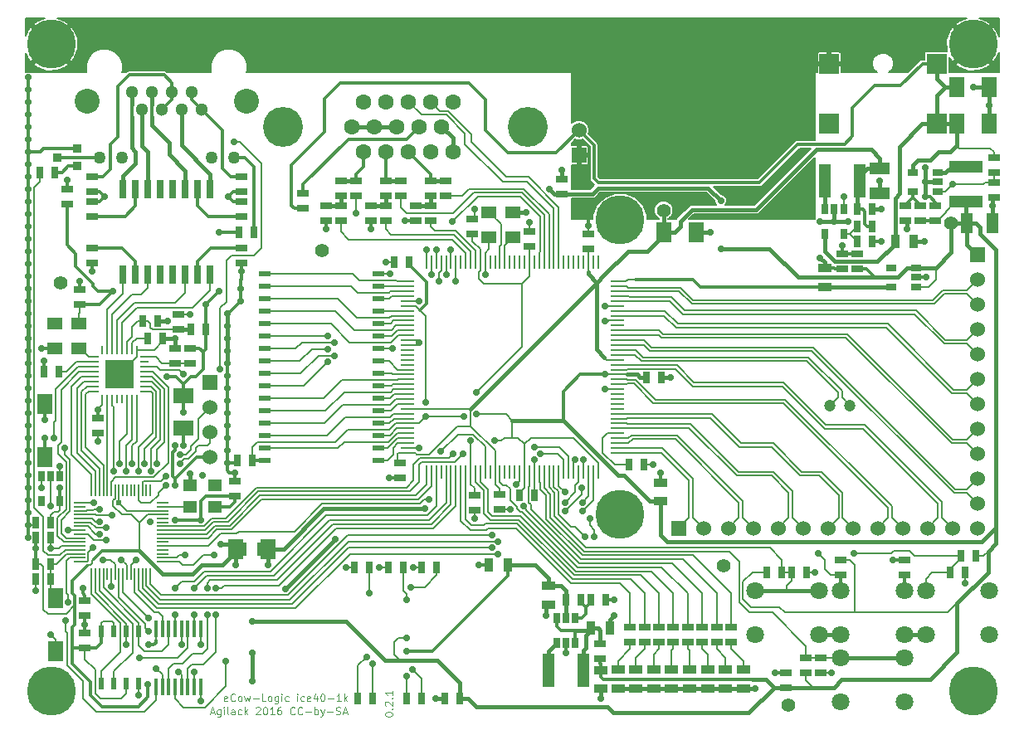
<source format=gtl>
G04 (created by PCBNEW (2013-mar-13)-stable) date Thu 30 Jun 2016 11:10:47 AM CEST*
%MOIN*%
G04 Gerber Fmt 3.4, Leading zero omitted, Abs format*
%FSLAX34Y34*%
G01*
G70*
G90*
G04 APERTURE LIST*
%ADD10C,0.005906*%
%ADD11C,0.004000*%
%ADD12C,0.051181*%
%ADD13C,0.100000*%
%ADD14C,0.050000*%
%ADD15C,0.160000*%
%ADD16C,0.063000*%
%ADD17R,0.053100X0.011400*%
%ADD18R,0.011400X0.053100*%
%ADD19R,0.031500X0.074800*%
%ADD20R,0.008063X0.047200*%
%ADD21R,0.047200X0.008063*%
%ADD22R,0.033500X0.011000*%
%ADD23R,0.011000X0.033500*%
%ADD24R,0.118100X0.118100*%
%ADD25R,0.045000X0.025000*%
%ADD26R,0.025000X0.045000*%
%ADD27R,0.050000X0.023622*%
%ADD28R,0.027600X0.039400*%
%ADD29R,0.051181X0.133858*%
%ADD30R,0.020000X0.045000*%
%ADD31R,0.035000X0.055000*%
%ADD32R,0.055000X0.035000*%
%ADD33R,0.059055X0.078740*%
%ADD34R,0.011800X0.070100*%
%ADD35R,0.080000X0.060000*%
%ADD36R,0.078740X0.078740*%
%ADD37R,0.060000X0.080000*%
%ADD38R,0.133858X0.051181*%
%ADD39R,0.039400X0.027600*%
%ADD40R,0.047200X0.078700*%
%ADD41R,0.055100X0.047200*%
%ADD42R,0.036000X0.036000*%
%ADD43R,0.060000X0.060000*%
%ADD44C,0.060000*%
%ADD45R,0.078700X0.047200*%
%ADD46C,0.196850*%
%ADD47C,0.055100*%
%ADD48C,0.070900*%
%ADD49C,0.047200*%
%ADD50R,0.059055X0.048800*%
%ADD51C,0.028000*%
%ADD52C,0.024000*%
%ADD53C,0.008000*%
%ADD54C,0.016000*%
%ADD55C,0.012000*%
%ADD56C,0.006000*%
G04 APERTURE END LIST*
G54D10*
G54D11*
X53945Y-47822D02*
X53945Y-47794D01*
X53960Y-47765D01*
X53974Y-47751D01*
X54002Y-47737D01*
X54060Y-47722D01*
X54131Y-47722D01*
X54188Y-47737D01*
X54217Y-47751D01*
X54231Y-47765D01*
X54245Y-47794D01*
X54245Y-47822D01*
X54231Y-47851D01*
X54217Y-47865D01*
X54188Y-47879D01*
X54131Y-47894D01*
X54060Y-47894D01*
X54002Y-47879D01*
X53974Y-47865D01*
X53960Y-47851D01*
X53945Y-47822D01*
X54217Y-47594D02*
X54231Y-47580D01*
X54245Y-47594D01*
X54231Y-47608D01*
X54217Y-47594D01*
X54245Y-47594D01*
X53974Y-47465D02*
X53960Y-47451D01*
X53945Y-47422D01*
X53945Y-47351D01*
X53960Y-47322D01*
X53974Y-47308D01*
X54002Y-47294D01*
X54031Y-47294D01*
X54074Y-47308D01*
X54245Y-47480D01*
X54245Y-47294D01*
X54217Y-47165D02*
X54231Y-47151D01*
X54245Y-47165D01*
X54231Y-47180D01*
X54217Y-47165D01*
X54245Y-47165D01*
X54245Y-46865D02*
X54245Y-47037D01*
X54245Y-46951D02*
X53945Y-46951D01*
X53988Y-46980D01*
X54017Y-47008D01*
X54031Y-47037D01*
X46934Y-47730D02*
X47077Y-47730D01*
X46905Y-47815D02*
X47005Y-47515D01*
X47105Y-47815D01*
X47334Y-47615D02*
X47334Y-47858D01*
X47320Y-47887D01*
X47305Y-47901D01*
X47277Y-47915D01*
X47234Y-47915D01*
X47205Y-47901D01*
X47334Y-47801D02*
X47305Y-47815D01*
X47248Y-47815D01*
X47220Y-47801D01*
X47205Y-47787D01*
X47191Y-47758D01*
X47191Y-47672D01*
X47205Y-47644D01*
X47220Y-47630D01*
X47248Y-47615D01*
X47305Y-47615D01*
X47334Y-47630D01*
X47477Y-47815D02*
X47477Y-47615D01*
X47477Y-47515D02*
X47462Y-47530D01*
X47477Y-47544D01*
X47491Y-47530D01*
X47477Y-47515D01*
X47477Y-47544D01*
X47662Y-47815D02*
X47634Y-47801D01*
X47620Y-47772D01*
X47620Y-47515D01*
X47905Y-47815D02*
X47905Y-47658D01*
X47891Y-47630D01*
X47862Y-47615D01*
X47805Y-47615D01*
X47777Y-47630D01*
X47905Y-47801D02*
X47877Y-47815D01*
X47805Y-47815D01*
X47777Y-47801D01*
X47762Y-47772D01*
X47762Y-47744D01*
X47777Y-47715D01*
X47805Y-47701D01*
X47877Y-47701D01*
X47905Y-47687D01*
X48177Y-47801D02*
X48148Y-47815D01*
X48091Y-47815D01*
X48062Y-47801D01*
X48048Y-47787D01*
X48034Y-47758D01*
X48034Y-47672D01*
X48048Y-47644D01*
X48062Y-47630D01*
X48091Y-47615D01*
X48148Y-47615D01*
X48177Y-47630D01*
X48305Y-47815D02*
X48305Y-47515D01*
X48334Y-47701D02*
X48420Y-47815D01*
X48420Y-47615D02*
X48305Y-47730D01*
X48762Y-47544D02*
X48777Y-47530D01*
X48805Y-47515D01*
X48877Y-47515D01*
X48905Y-47530D01*
X48920Y-47544D01*
X48934Y-47572D01*
X48934Y-47601D01*
X48920Y-47644D01*
X48748Y-47815D01*
X48934Y-47815D01*
X49120Y-47515D02*
X49148Y-47515D01*
X49177Y-47530D01*
X49191Y-47544D01*
X49205Y-47572D01*
X49220Y-47630D01*
X49220Y-47701D01*
X49205Y-47758D01*
X49191Y-47787D01*
X49177Y-47801D01*
X49148Y-47815D01*
X49120Y-47815D01*
X49091Y-47801D01*
X49077Y-47787D01*
X49062Y-47758D01*
X49048Y-47701D01*
X49048Y-47630D01*
X49062Y-47572D01*
X49077Y-47544D01*
X49091Y-47530D01*
X49120Y-47515D01*
X49505Y-47815D02*
X49334Y-47815D01*
X49420Y-47815D02*
X49420Y-47515D01*
X49391Y-47558D01*
X49362Y-47587D01*
X49334Y-47601D01*
X49762Y-47515D02*
X49705Y-47515D01*
X49677Y-47530D01*
X49662Y-47544D01*
X49634Y-47587D01*
X49620Y-47644D01*
X49620Y-47758D01*
X49634Y-47787D01*
X49648Y-47801D01*
X49677Y-47815D01*
X49734Y-47815D01*
X49762Y-47801D01*
X49777Y-47787D01*
X49791Y-47758D01*
X49791Y-47687D01*
X49777Y-47658D01*
X49762Y-47644D01*
X49734Y-47630D01*
X49677Y-47630D01*
X49648Y-47644D01*
X49634Y-47658D01*
X49620Y-47687D01*
X50319Y-47787D02*
X50305Y-47801D01*
X50262Y-47815D01*
X50234Y-47815D01*
X50191Y-47801D01*
X50162Y-47772D01*
X50148Y-47744D01*
X50134Y-47687D01*
X50134Y-47644D01*
X50148Y-47587D01*
X50162Y-47558D01*
X50191Y-47530D01*
X50234Y-47515D01*
X50262Y-47515D01*
X50305Y-47530D01*
X50319Y-47544D01*
X50619Y-47787D02*
X50605Y-47801D01*
X50562Y-47815D01*
X50534Y-47815D01*
X50491Y-47801D01*
X50462Y-47772D01*
X50448Y-47744D01*
X50434Y-47687D01*
X50434Y-47644D01*
X50448Y-47587D01*
X50462Y-47558D01*
X50491Y-47530D01*
X50534Y-47515D01*
X50562Y-47515D01*
X50605Y-47530D01*
X50619Y-47544D01*
X50748Y-47701D02*
X50977Y-47701D01*
X51120Y-47815D02*
X51120Y-47515D01*
X51120Y-47630D02*
X51148Y-47615D01*
X51205Y-47615D01*
X51234Y-47630D01*
X51248Y-47644D01*
X51262Y-47672D01*
X51262Y-47758D01*
X51248Y-47787D01*
X51234Y-47801D01*
X51205Y-47815D01*
X51148Y-47815D01*
X51120Y-47801D01*
X51362Y-47615D02*
X51434Y-47815D01*
X51505Y-47615D02*
X51434Y-47815D01*
X51405Y-47887D01*
X51391Y-47901D01*
X51362Y-47915D01*
X51620Y-47701D02*
X51848Y-47701D01*
X51977Y-47801D02*
X52020Y-47815D01*
X52091Y-47815D01*
X52120Y-47801D01*
X52134Y-47787D01*
X52148Y-47758D01*
X52148Y-47730D01*
X52134Y-47701D01*
X52120Y-47687D01*
X52091Y-47672D01*
X52034Y-47658D01*
X52005Y-47644D01*
X51991Y-47630D01*
X51977Y-47601D01*
X51977Y-47572D01*
X51991Y-47544D01*
X52005Y-47530D01*
X52034Y-47515D01*
X52105Y-47515D01*
X52148Y-47530D01*
X52262Y-47730D02*
X52405Y-47730D01*
X52234Y-47815D02*
X52334Y-47515D01*
X52434Y-47815D01*
X47607Y-47261D02*
X47578Y-47275D01*
X47521Y-47275D01*
X47492Y-47261D01*
X47478Y-47232D01*
X47478Y-47118D01*
X47492Y-47090D01*
X47521Y-47075D01*
X47578Y-47075D01*
X47607Y-47090D01*
X47621Y-47118D01*
X47621Y-47147D01*
X47478Y-47175D01*
X47921Y-47247D02*
X47907Y-47261D01*
X47864Y-47275D01*
X47835Y-47275D01*
X47792Y-47261D01*
X47764Y-47232D01*
X47750Y-47204D01*
X47735Y-47147D01*
X47735Y-47104D01*
X47750Y-47047D01*
X47764Y-47018D01*
X47792Y-46990D01*
X47835Y-46975D01*
X47864Y-46975D01*
X47907Y-46990D01*
X47921Y-47004D01*
X48092Y-47275D02*
X48064Y-47261D01*
X48050Y-47247D01*
X48035Y-47218D01*
X48035Y-47132D01*
X48050Y-47104D01*
X48064Y-47090D01*
X48092Y-47075D01*
X48135Y-47075D01*
X48164Y-47090D01*
X48178Y-47104D01*
X48192Y-47132D01*
X48192Y-47218D01*
X48178Y-47247D01*
X48164Y-47261D01*
X48135Y-47275D01*
X48092Y-47275D01*
X48292Y-47075D02*
X48350Y-47275D01*
X48407Y-47132D01*
X48464Y-47275D01*
X48521Y-47075D01*
X48635Y-47161D02*
X48864Y-47161D01*
X49150Y-47275D02*
X49007Y-47275D01*
X49007Y-46975D01*
X49292Y-47275D02*
X49264Y-47261D01*
X49250Y-47247D01*
X49235Y-47218D01*
X49235Y-47132D01*
X49250Y-47104D01*
X49264Y-47090D01*
X49292Y-47075D01*
X49335Y-47075D01*
X49364Y-47090D01*
X49378Y-47104D01*
X49392Y-47132D01*
X49392Y-47218D01*
X49378Y-47247D01*
X49364Y-47261D01*
X49335Y-47275D01*
X49292Y-47275D01*
X49650Y-47075D02*
X49650Y-47318D01*
X49635Y-47347D01*
X49621Y-47361D01*
X49592Y-47375D01*
X49550Y-47375D01*
X49521Y-47361D01*
X49650Y-47261D02*
X49621Y-47275D01*
X49564Y-47275D01*
X49535Y-47261D01*
X49521Y-47247D01*
X49507Y-47218D01*
X49507Y-47132D01*
X49521Y-47104D01*
X49535Y-47090D01*
X49564Y-47075D01*
X49621Y-47075D01*
X49650Y-47090D01*
X49792Y-47275D02*
X49792Y-47075D01*
X49792Y-46975D02*
X49778Y-46990D01*
X49792Y-47004D01*
X49807Y-46990D01*
X49792Y-46975D01*
X49792Y-47004D01*
X50064Y-47261D02*
X50035Y-47275D01*
X49978Y-47275D01*
X49950Y-47261D01*
X49935Y-47247D01*
X49921Y-47218D01*
X49921Y-47132D01*
X49935Y-47104D01*
X49950Y-47090D01*
X49978Y-47075D01*
X50035Y-47075D01*
X50064Y-47090D01*
X50421Y-47275D02*
X50421Y-47075D01*
X50421Y-46975D02*
X50407Y-46990D01*
X50421Y-47004D01*
X50435Y-46990D01*
X50421Y-46975D01*
X50421Y-47004D01*
X50692Y-47261D02*
X50664Y-47275D01*
X50607Y-47275D01*
X50578Y-47261D01*
X50564Y-47247D01*
X50550Y-47218D01*
X50550Y-47132D01*
X50564Y-47104D01*
X50578Y-47090D01*
X50607Y-47075D01*
X50664Y-47075D01*
X50692Y-47090D01*
X50935Y-47261D02*
X50907Y-47275D01*
X50850Y-47275D01*
X50821Y-47261D01*
X50807Y-47232D01*
X50807Y-47118D01*
X50821Y-47090D01*
X50850Y-47075D01*
X50907Y-47075D01*
X50935Y-47090D01*
X50950Y-47118D01*
X50950Y-47147D01*
X50807Y-47175D01*
X51207Y-47075D02*
X51207Y-47275D01*
X51135Y-46961D02*
X51064Y-47175D01*
X51250Y-47175D01*
X51421Y-46975D02*
X51450Y-46975D01*
X51478Y-46990D01*
X51492Y-47004D01*
X51507Y-47032D01*
X51521Y-47090D01*
X51521Y-47161D01*
X51507Y-47218D01*
X51492Y-47247D01*
X51478Y-47261D01*
X51450Y-47275D01*
X51421Y-47275D01*
X51392Y-47261D01*
X51378Y-47247D01*
X51364Y-47218D01*
X51350Y-47161D01*
X51350Y-47090D01*
X51364Y-47032D01*
X51378Y-47004D01*
X51392Y-46990D01*
X51421Y-46975D01*
X51650Y-47161D02*
X51878Y-47161D01*
X52178Y-47275D02*
X52007Y-47275D01*
X52092Y-47275D02*
X52092Y-46975D01*
X52064Y-47018D01*
X52035Y-47047D01*
X52007Y-47061D01*
X52307Y-47275D02*
X52307Y-46975D01*
X52335Y-47161D02*
X52421Y-47275D01*
X52421Y-47075D02*
X52307Y-47190D01*
G54D12*
X44570Y-22810D03*
X45775Y-23510D03*
X44972Y-23510D03*
X43767Y-22810D03*
X44169Y-23510D03*
X45374Y-22810D03*
X46578Y-23510D03*
X46177Y-22810D03*
G54D13*
X48374Y-23160D03*
X41972Y-23160D03*
G54D14*
X47874Y-25424D03*
X46972Y-25424D03*
X43374Y-25424D03*
X42472Y-25424D03*
G54D15*
X49854Y-24190D03*
X59696Y-24190D03*
G54D16*
X56677Y-23190D03*
X56226Y-24190D03*
X55775Y-23190D03*
X54874Y-23190D03*
X53972Y-23190D03*
X53070Y-23190D03*
X55324Y-24190D03*
X54423Y-24190D03*
X53521Y-24190D03*
X52620Y-24190D03*
X56677Y-25190D03*
X55775Y-25190D03*
X54874Y-25190D03*
X53972Y-25190D03*
X53070Y-25190D03*
G54D17*
X54833Y-30413D03*
X54833Y-30610D03*
X54833Y-30807D03*
X54833Y-31004D03*
X54833Y-31201D03*
X54833Y-31397D03*
X54833Y-31594D03*
X54833Y-31791D03*
X54833Y-31988D03*
X54833Y-32185D03*
X54833Y-32382D03*
X54833Y-32578D03*
X54833Y-32775D03*
X54833Y-32972D03*
X54833Y-33169D03*
X54833Y-33366D03*
X54833Y-33563D03*
X54833Y-33760D03*
X54833Y-33956D03*
X54833Y-34153D03*
X54833Y-34350D03*
X54833Y-34547D03*
X54833Y-34744D03*
X54833Y-34941D03*
X54833Y-35138D03*
X54833Y-35334D03*
X54833Y-35531D03*
X54833Y-35728D03*
X54833Y-35925D03*
X54833Y-36122D03*
X54833Y-36319D03*
X54833Y-36515D03*
X54833Y-36712D03*
X54833Y-36909D03*
X54833Y-37106D03*
X54833Y-37303D03*
G54D18*
X55610Y-38080D03*
X55807Y-38080D03*
X56004Y-38080D03*
X56201Y-38080D03*
X56398Y-38080D03*
X56594Y-38080D03*
X56791Y-38080D03*
X56988Y-38080D03*
X57185Y-38080D03*
X57382Y-38080D03*
X57579Y-38080D03*
X57775Y-38080D03*
X57972Y-38080D03*
X58169Y-38080D03*
X58366Y-38080D03*
X58563Y-38080D03*
X58760Y-38080D03*
X58957Y-38080D03*
X59153Y-38080D03*
X59350Y-38080D03*
X59547Y-38080D03*
X59744Y-38080D03*
X59941Y-38080D03*
X60138Y-38080D03*
X60335Y-38080D03*
X60531Y-38080D03*
X60728Y-38080D03*
X60925Y-38080D03*
X61122Y-38080D03*
X61319Y-38080D03*
X61516Y-38080D03*
X61712Y-38080D03*
X61909Y-38080D03*
X62106Y-38080D03*
X62303Y-38080D03*
X62500Y-38080D03*
G54D17*
X63277Y-37303D03*
X63277Y-37106D03*
X63277Y-36909D03*
X63277Y-36712D03*
X63277Y-36515D03*
X63277Y-36319D03*
X63277Y-36122D03*
X63277Y-35925D03*
X63277Y-35728D03*
X63277Y-35531D03*
X63277Y-35334D03*
X63277Y-35138D03*
X63277Y-34941D03*
X63277Y-34744D03*
X63277Y-34547D03*
X63277Y-34350D03*
X63277Y-34153D03*
X63277Y-33956D03*
X63277Y-33760D03*
X63277Y-33563D03*
X63277Y-33366D03*
X63277Y-33169D03*
X63277Y-32972D03*
X63277Y-32775D03*
X63277Y-32578D03*
X63277Y-32382D03*
X63277Y-32185D03*
X63277Y-31988D03*
X63277Y-31791D03*
X63277Y-31594D03*
X63277Y-31397D03*
X63277Y-31201D03*
X63277Y-31004D03*
X63277Y-30807D03*
X63277Y-30610D03*
X63277Y-30413D03*
G54D18*
X62500Y-29636D03*
X62303Y-29636D03*
X62106Y-29636D03*
X61909Y-29636D03*
X61712Y-29636D03*
X61516Y-29636D03*
X61319Y-29636D03*
X61122Y-29636D03*
X60925Y-29636D03*
X60728Y-29636D03*
X60531Y-29636D03*
X60335Y-29636D03*
X60138Y-29636D03*
X59941Y-29636D03*
X59744Y-29636D03*
X59547Y-29636D03*
X59350Y-29636D03*
X59153Y-29636D03*
X58957Y-29636D03*
X58760Y-29636D03*
X58563Y-29636D03*
X58366Y-29636D03*
X58169Y-29636D03*
X57972Y-29636D03*
X57775Y-29636D03*
X57579Y-29636D03*
X57382Y-29636D03*
X57185Y-29636D03*
X56988Y-29636D03*
X56791Y-29636D03*
X56594Y-29636D03*
X56398Y-29636D03*
X56201Y-29636D03*
X56004Y-29636D03*
X55807Y-29636D03*
X55610Y-29636D03*
G54D19*
X44923Y-30154D03*
X45423Y-30154D03*
X45923Y-30154D03*
X44423Y-30154D03*
X46423Y-30154D03*
X43923Y-30154D03*
X43423Y-30154D03*
X46923Y-30154D03*
X43423Y-26706D03*
X46923Y-26706D03*
X46423Y-26706D03*
X45923Y-26706D03*
X45423Y-26706D03*
X44923Y-26706D03*
X44423Y-26706D03*
X43923Y-26706D03*
G54D20*
X44521Y-38817D03*
X44363Y-38817D03*
X44206Y-38817D03*
X44048Y-38817D03*
X43891Y-38817D03*
X43733Y-38817D03*
X43576Y-38817D03*
X43418Y-38817D03*
X43261Y-38817D03*
X43103Y-38817D03*
X42946Y-38817D03*
X42788Y-38817D03*
X42631Y-38817D03*
X42473Y-38817D03*
X42316Y-38817D03*
X42158Y-38817D03*
G54D21*
X41667Y-39308D03*
X41667Y-39466D03*
X41667Y-39623D03*
X41667Y-39781D03*
X41667Y-39938D03*
X41667Y-40096D03*
X41667Y-40253D03*
X41667Y-40411D03*
G54D20*
X42158Y-42163D03*
X42316Y-42163D03*
X42473Y-42163D03*
X42631Y-42163D03*
X42788Y-42163D03*
X42946Y-42163D03*
X43103Y-42163D03*
X43261Y-42163D03*
X43418Y-42163D03*
X43576Y-42163D03*
X43733Y-42163D03*
X43891Y-42163D03*
G54D21*
X45013Y-41671D03*
X45013Y-41513D03*
X45013Y-41356D03*
X45013Y-41198D03*
X45013Y-41041D03*
X45013Y-40883D03*
X45013Y-40726D03*
X45013Y-40568D03*
X45013Y-40411D03*
X45013Y-40253D03*
X45013Y-40096D03*
X45013Y-39938D03*
X41667Y-40568D03*
X41667Y-40726D03*
X41667Y-40883D03*
X41667Y-41041D03*
X41667Y-41198D03*
X41667Y-41356D03*
X41667Y-41513D03*
X41667Y-41671D03*
G54D20*
X44048Y-42163D03*
X44206Y-42163D03*
X44363Y-42163D03*
X44521Y-42163D03*
G54D21*
X45013Y-39781D03*
X45013Y-39623D03*
X45013Y-39466D03*
X45013Y-39308D03*
G54D22*
X42296Y-34829D03*
G54D23*
X42591Y-35124D03*
G54D22*
X44264Y-34829D03*
X44264Y-34632D03*
X44264Y-34435D03*
X44264Y-34238D03*
X44264Y-33845D03*
X44264Y-33648D03*
G54D23*
X43182Y-33156D03*
G54D22*
X44264Y-33451D03*
G54D23*
X43969Y-33156D03*
X43772Y-33156D03*
X43575Y-33156D03*
X43378Y-33156D03*
X42985Y-33156D03*
X42788Y-33156D03*
X42591Y-33156D03*
G54D22*
X42296Y-33451D03*
X42296Y-33648D03*
X42296Y-33845D03*
X42296Y-34042D03*
X42296Y-34238D03*
X42296Y-34435D03*
X42296Y-34632D03*
G54D24*
X43280Y-34140D03*
G54D22*
X44264Y-34042D03*
G54D23*
X43969Y-35124D03*
X43772Y-35124D03*
X43575Y-35124D03*
X43378Y-35124D03*
X43182Y-35124D03*
X42985Y-35124D03*
X42788Y-35124D03*
G54D25*
X42170Y-29060D03*
X42170Y-29660D03*
X48170Y-29060D03*
X48170Y-29660D03*
X51570Y-27380D03*
X51570Y-27980D03*
X52170Y-27980D03*
X52170Y-27380D03*
X52170Y-26980D03*
X52170Y-26380D03*
X52770Y-26980D03*
X52770Y-26380D03*
X53370Y-27380D03*
X53370Y-27980D03*
X53970Y-27980D03*
X53970Y-27380D03*
X53970Y-26980D03*
X53970Y-26380D03*
X54590Y-26980D03*
X54590Y-26380D03*
X55190Y-27380D03*
X55190Y-27980D03*
X55790Y-27980D03*
X55790Y-27380D03*
X55790Y-26980D03*
X55790Y-26380D03*
X56390Y-26980D03*
X56390Y-26380D03*
X48170Y-27200D03*
X48170Y-27800D03*
X42170Y-27800D03*
X42170Y-27200D03*
X42170Y-26800D03*
X42170Y-26200D03*
X48170Y-26200D03*
X48170Y-26800D03*
X45530Y-33710D03*
X45530Y-33110D03*
G54D26*
X44430Y-32690D03*
X45030Y-32690D03*
X46760Y-32340D03*
X46160Y-32340D03*
X40850Y-34030D03*
X40250Y-34030D03*
G54D25*
X46130Y-33110D03*
X46130Y-33710D03*
G54D26*
X44220Y-32010D03*
X44820Y-32010D03*
G54D25*
X45660Y-32340D03*
X45660Y-31740D03*
G54D27*
X49126Y-31608D03*
X49126Y-32108D03*
X49126Y-32608D03*
X49126Y-33108D03*
X49126Y-33608D03*
X49126Y-35608D03*
X49126Y-36108D03*
X49126Y-36608D03*
X49126Y-37108D03*
X49126Y-37608D03*
X53693Y-37608D03*
X53693Y-37108D03*
X53693Y-36608D03*
X53693Y-36108D03*
X53693Y-35608D03*
X53693Y-33608D03*
X53693Y-33108D03*
X53693Y-32608D03*
X53693Y-32108D03*
X53693Y-31608D03*
X53693Y-31108D03*
X53693Y-30608D03*
X53693Y-30108D03*
X53693Y-35108D03*
X53693Y-34608D03*
X53693Y-34108D03*
X49126Y-35108D03*
X49126Y-34608D03*
X49126Y-34108D03*
X49126Y-31108D03*
X49126Y-30608D03*
X49126Y-30108D03*
G54D26*
X53460Y-47160D03*
X52860Y-47160D03*
X54800Y-47160D03*
X55400Y-47160D03*
X53330Y-41890D03*
X52730Y-41890D03*
X61220Y-43210D03*
X61820Y-43210D03*
X62220Y-43210D03*
X62820Y-43210D03*
X54680Y-41890D03*
X54080Y-41890D03*
G54D28*
X60845Y-43940D03*
X61220Y-43940D03*
X61595Y-43940D03*
X61595Y-44940D03*
X61220Y-44940D03*
X60845Y-44940D03*
G54D29*
X61923Y-46055D03*
X60506Y-46055D03*
G54D30*
X42560Y-44480D03*
X42560Y-46580D03*
X43060Y-44480D03*
X43560Y-44480D03*
X44060Y-44480D03*
X43060Y-46580D03*
X43560Y-46580D03*
X44060Y-46580D03*
G54D26*
X64360Y-37780D03*
X63760Y-37780D03*
G54D31*
X62225Y-44350D03*
X62975Y-44350D03*
G54D32*
X60525Y-42655D03*
X60525Y-43405D03*
G54D26*
X56030Y-41890D03*
X55430Y-41890D03*
X40530Y-42360D03*
X39930Y-42360D03*
X39930Y-41760D03*
X40530Y-41760D03*
G54D33*
X40700Y-45272D03*
X40700Y-43147D03*
G54D34*
X44744Y-46699D03*
X45000Y-46699D03*
X45256Y-46699D03*
X45512Y-46699D03*
X45767Y-46699D03*
X46023Y-46699D03*
X46279Y-46699D03*
X46535Y-46699D03*
X46535Y-44361D03*
X46279Y-44361D03*
X46023Y-44361D03*
X45767Y-44361D03*
X45512Y-44361D03*
X45256Y-44361D03*
X45000Y-44361D03*
X44744Y-44361D03*
G54D35*
X45860Y-35020D03*
X45860Y-36320D03*
G54D26*
X40530Y-40120D03*
X39930Y-40120D03*
G54D33*
X40280Y-35354D03*
X40280Y-37480D03*
G54D36*
X76115Y-21660D03*
X71784Y-21660D03*
X76115Y-24081D03*
X71784Y-24081D03*
G54D32*
X68340Y-46015D03*
X68340Y-46765D03*
G54D25*
X67850Y-44310D03*
X67850Y-44910D03*
G54D32*
X63300Y-46015D03*
X63300Y-46765D03*
G54D25*
X63790Y-44310D03*
X63790Y-44910D03*
X67270Y-44310D03*
X67270Y-44910D03*
X66690Y-44310D03*
X66690Y-44910D03*
X66110Y-44310D03*
X66110Y-44910D03*
X65530Y-44310D03*
X65530Y-44910D03*
X64950Y-44310D03*
X64950Y-44910D03*
X64370Y-44310D03*
X64370Y-44910D03*
G54D32*
X67620Y-46015D03*
X67620Y-46765D03*
X66900Y-46015D03*
X66900Y-46765D03*
X66180Y-46015D03*
X66180Y-46765D03*
X65460Y-46015D03*
X65460Y-46765D03*
X64740Y-46015D03*
X64740Y-46765D03*
X64020Y-46015D03*
X64020Y-46765D03*
G54D37*
X76920Y-22600D03*
X78220Y-22600D03*
X76920Y-24070D03*
X78220Y-24070D03*
G54D25*
X76060Y-27960D03*
X76060Y-27360D03*
G54D38*
X77270Y-25801D03*
X77270Y-27218D03*
G54D25*
X75460Y-27960D03*
X75460Y-27360D03*
X74860Y-27360D03*
X74860Y-27960D03*
G54D39*
X75160Y-26795D03*
X75160Y-26045D03*
X76160Y-26045D03*
X76160Y-26420D03*
X76160Y-26795D03*
G54D40*
X77328Y-28080D03*
X78352Y-28080D03*
G54D41*
X47100Y-38597D03*
X46100Y-38597D03*
X46100Y-39463D03*
X47100Y-39463D03*
G54D25*
X41690Y-31330D03*
X41690Y-30730D03*
X47910Y-39030D03*
X47910Y-38430D03*
X42400Y-35900D03*
X42400Y-36500D03*
G54D37*
X47940Y-41160D03*
X49240Y-41160D03*
G54D26*
X48670Y-28430D03*
X48070Y-28430D03*
G54D25*
X41180Y-27300D03*
X41180Y-26700D03*
G54D42*
X41580Y-25080D03*
X41580Y-25780D03*
X40780Y-25430D03*
G54D26*
X40080Y-26040D03*
X40680Y-26040D03*
G54D25*
X41880Y-43250D03*
X41880Y-43850D03*
G54D43*
X46920Y-34480D03*
G54D44*
X46920Y-35480D03*
X46920Y-36480D03*
X46920Y-37480D03*
G54D39*
X74280Y-30625D03*
X74280Y-29875D03*
X75280Y-29875D03*
X75280Y-30250D03*
X75280Y-30625D03*
G54D29*
X71611Y-26370D03*
X73028Y-26370D03*
G54D28*
X72365Y-28490D03*
X71615Y-28490D03*
X71615Y-27490D03*
X71990Y-27490D03*
X72365Y-27490D03*
G54D26*
X72930Y-27520D03*
X73530Y-27520D03*
G54D45*
X73830Y-25858D03*
X73830Y-26882D03*
G54D26*
X73530Y-28190D03*
X72930Y-28190D03*
X72930Y-28790D03*
X73530Y-28790D03*
G54D46*
X63385Y-39763D03*
X63385Y-27952D03*
G54D47*
X65140Y-27560D03*
G54D25*
X54560Y-37710D03*
X54560Y-38310D03*
G54D26*
X48600Y-37610D03*
X48000Y-37610D03*
G54D25*
X57460Y-28510D03*
X57460Y-27910D03*
X59740Y-28990D03*
X59740Y-28390D03*
X62110Y-29100D03*
X62110Y-28500D03*
X58550Y-38970D03*
X58550Y-39570D03*
G54D37*
X65140Y-28440D03*
X66440Y-28440D03*
G54D25*
X61050Y-26890D03*
X61050Y-26290D03*
X50660Y-27480D03*
X50660Y-26880D03*
G54D26*
X70290Y-42100D03*
X70890Y-42100D03*
G54D25*
X74800Y-42210D03*
X74800Y-41610D03*
G54D26*
X76650Y-42100D03*
X77250Y-42100D03*
G54D25*
X71450Y-45530D03*
X71450Y-46130D03*
G54D26*
X69290Y-42100D03*
X69890Y-42100D03*
G54D25*
X72240Y-41610D03*
X72240Y-42210D03*
G54D26*
X77670Y-41450D03*
X77070Y-41450D03*
G54D25*
X70850Y-46130D03*
X70850Y-45530D03*
G54D48*
X71370Y-44606D03*
X68810Y-44606D03*
X71370Y-42834D03*
X68810Y-42834D03*
X74800Y-44606D03*
X72240Y-44606D03*
X74800Y-42834D03*
X72240Y-42834D03*
X78230Y-44606D03*
X75670Y-44606D03*
X78230Y-42834D03*
X75670Y-42834D03*
X74800Y-47306D03*
X72240Y-47306D03*
X74800Y-45534D03*
X72240Y-45534D03*
G54D31*
X74440Y-28790D03*
X75190Y-28790D03*
G54D32*
X62600Y-46025D03*
X62600Y-46775D03*
G54D25*
X62590Y-45570D03*
X62590Y-44970D03*
G54D31*
X58865Y-41790D03*
X58115Y-41790D03*
G54D25*
X41880Y-45130D03*
X41880Y-44530D03*
G54D47*
X76685Y-28080D03*
G54D25*
X70060Y-46730D03*
X70060Y-46130D03*
G54D26*
X56940Y-47160D03*
X56340Y-47160D03*
G54D28*
X40885Y-39250D03*
X40135Y-39250D03*
X40135Y-38250D03*
X40510Y-38250D03*
X40885Y-38250D03*
G54D26*
X64460Y-34270D03*
X65060Y-34270D03*
X39930Y-40700D03*
X40530Y-40700D03*
G54D25*
X57540Y-39000D03*
X57540Y-39600D03*
G54D26*
X59360Y-38990D03*
X59960Y-38990D03*
G54D49*
X72630Y-35410D03*
X71810Y-35410D03*
G54D43*
X61740Y-25338D03*
G54D44*
X61740Y-24338D03*
G54D26*
X54920Y-29640D03*
X54320Y-29640D03*
G54D46*
X40531Y-20885D03*
X77566Y-20885D03*
X40531Y-46881D03*
X77566Y-46881D03*
G54D47*
X67540Y-41850D03*
X51410Y-29170D03*
G54D43*
X77740Y-29338D03*
G54D44*
X77740Y-30338D03*
X77740Y-31338D03*
X77740Y-32338D03*
X77740Y-33338D03*
X77740Y-34338D03*
X77740Y-35338D03*
X77740Y-36338D03*
X77740Y-37338D03*
X77740Y-38338D03*
X77740Y-39338D03*
X77740Y-40338D03*
G54D43*
X65740Y-40338D03*
G54D44*
X66740Y-40338D03*
X67740Y-40338D03*
X68740Y-40338D03*
X69740Y-40338D03*
X70740Y-40338D03*
X71740Y-40338D03*
X72740Y-40338D03*
X73740Y-40338D03*
X74740Y-40338D03*
X75740Y-40338D03*
X76740Y-40338D03*
G54D47*
X40920Y-30480D03*
G54D50*
X40687Y-32110D03*
X40687Y-33110D03*
X41652Y-33110D03*
X41652Y-32110D03*
X58127Y-27630D03*
X58127Y-28630D03*
X59092Y-28630D03*
X59092Y-27630D03*
G54D32*
X71600Y-30625D03*
X71600Y-29875D03*
G54D25*
X78400Y-26030D03*
X78400Y-25430D03*
X78400Y-27050D03*
X78400Y-26450D03*
X72910Y-29315D03*
X72910Y-29915D03*
X72320Y-29915D03*
X72320Y-29315D03*
G54D47*
X70160Y-47430D03*
G54D32*
X65010Y-39255D03*
X65010Y-38505D03*
G54D31*
X48215Y-41160D03*
X48965Y-41160D03*
G54D51*
X47360Y-40980D03*
X59610Y-27630D03*
X60550Y-26690D03*
X55590Y-35270D03*
X55590Y-35840D03*
X40510Y-39440D03*
X39930Y-41150D03*
X48620Y-44070D03*
X47940Y-41800D03*
X57380Y-36820D03*
X58350Y-36820D03*
X67440Y-29090D03*
X67440Y-27170D03*
X44450Y-45010D03*
X44420Y-46590D03*
X62770Y-34150D03*
X62770Y-31990D03*
X57630Y-34870D03*
X57630Y-35750D03*
X57100Y-35840D03*
X45500Y-37010D03*
X45860Y-35670D03*
X45520Y-40000D03*
X45520Y-38600D03*
X47290Y-28430D03*
X47290Y-30810D03*
X54800Y-44740D03*
X46560Y-40000D03*
X46760Y-31340D03*
X43010Y-30800D03*
X42400Y-35560D03*
X45190Y-34240D03*
X54800Y-45260D03*
X76115Y-24081D03*
X76115Y-21660D03*
X61990Y-40660D03*
X71360Y-41340D03*
X72790Y-41340D03*
X62350Y-40660D03*
X62170Y-39940D03*
X61170Y-38880D03*
X45700Y-37750D03*
X45140Y-38600D03*
X45700Y-37380D03*
X45140Y-38240D03*
X45855Y-34150D03*
X47320Y-33950D03*
X47880Y-24810D03*
X71810Y-35410D03*
X72630Y-35410D03*
X48620Y-46480D03*
X48620Y-45355D03*
X65010Y-38090D03*
X71420Y-29470D03*
X77570Y-22600D03*
X70980Y-24080D03*
X71784Y-21660D03*
X75660Y-25850D03*
X75660Y-26420D03*
X78350Y-27380D03*
X75660Y-27020D03*
X73870Y-28790D03*
X75600Y-28790D03*
X75690Y-30250D03*
X69710Y-27530D03*
X61140Y-20870D03*
X61140Y-21800D03*
X68190Y-26120D03*
X61740Y-27450D03*
X68190Y-27170D03*
X57540Y-27510D03*
X58127Y-28630D03*
X39600Y-33200D03*
X40150Y-33110D03*
X39600Y-25200D03*
X39600Y-22700D03*
X39600Y-23700D03*
X39600Y-24700D03*
X39600Y-25700D03*
X39600Y-26700D03*
X39600Y-27700D03*
X39600Y-28700D03*
X39600Y-29700D03*
X39600Y-30200D03*
X39600Y-29200D03*
X39600Y-28200D03*
X39600Y-27200D03*
X39600Y-26200D03*
X39600Y-24200D03*
X39600Y-23200D03*
X39600Y-22200D03*
X39600Y-30700D03*
X39600Y-40200D03*
X39600Y-40700D03*
X68830Y-46770D03*
X71230Y-42100D03*
X39600Y-31200D03*
X42220Y-41090D03*
X53980Y-29640D03*
X58990Y-39570D03*
X57540Y-39940D03*
X65400Y-34270D03*
X55980Y-47160D03*
G54D52*
X43260Y-39300D03*
G54D51*
X44500Y-40070D03*
X39600Y-38700D03*
X40140Y-38700D03*
X69620Y-46130D03*
X77250Y-42540D03*
X74340Y-41610D03*
X42400Y-36840D03*
X39600Y-35700D03*
X40280Y-35960D03*
X41880Y-44190D03*
X62600Y-47175D03*
X63150Y-43825D03*
X63150Y-43210D03*
X60410Y-43825D03*
X74920Y-28310D03*
X71890Y-46130D03*
X64700Y-37780D03*
X61050Y-25950D03*
X71420Y-27990D03*
X71990Y-27990D03*
X67020Y-28440D03*
X62110Y-28160D03*
X59740Y-28050D03*
X57710Y-41790D03*
X51570Y-28320D03*
X47600Y-37700D03*
X54160Y-30110D03*
X54120Y-38310D03*
X55330Y-31200D03*
X54750Y-27980D03*
X53370Y-28320D03*
X55330Y-32870D03*
X56400Y-30140D03*
X62770Y-31400D03*
X39600Y-31700D03*
X39600Y-32700D03*
X39600Y-32200D03*
X39600Y-36200D03*
X39600Y-34700D03*
X39600Y-34200D03*
X39600Y-35200D03*
X39600Y-33700D03*
X72560Y-27990D03*
X73880Y-27520D03*
X73830Y-26370D03*
X78220Y-23340D03*
X57970Y-30140D03*
X47600Y-37200D03*
X45860Y-37010D03*
X47600Y-36700D03*
X47600Y-35700D03*
X47600Y-34700D03*
X47600Y-33700D03*
X47600Y-34200D03*
X47600Y-35200D03*
X47600Y-36200D03*
X48150Y-31200D03*
X48150Y-30700D03*
X39600Y-39700D03*
X39600Y-39200D03*
X39600Y-38200D03*
X39600Y-37200D03*
X39600Y-37700D03*
X55540Y-39550D03*
X49240Y-41800D03*
X51940Y-40760D03*
X49940Y-42760D03*
X47910Y-38100D03*
X47600Y-33200D03*
X47600Y-32200D03*
X47600Y-32700D03*
X40530Y-44620D03*
X47600Y-31700D03*
X41690Y-30390D03*
X39600Y-36700D03*
X40250Y-33590D03*
X46100Y-38140D03*
X46600Y-38200D03*
X61215Y-45355D03*
X39930Y-42830D03*
X44060Y-47050D03*
X46540Y-47270D03*
X55080Y-41890D03*
X53730Y-41890D03*
X52380Y-41890D03*
X55330Y-37110D03*
X59940Y-37580D03*
X61910Y-37580D03*
X62780Y-34740D03*
X42690Y-27000D03*
X47650Y-27000D03*
X42170Y-30000D03*
X48170Y-30000D03*
X43280Y-34140D03*
X45530Y-32690D03*
X46100Y-31740D03*
X45210Y-32010D03*
X46280Y-43800D03*
X46280Y-42740D03*
X47160Y-42740D03*
X47160Y-43800D03*
X45640Y-46090D03*
X44450Y-43940D03*
X46800Y-42740D03*
X46800Y-43800D03*
X44740Y-45960D03*
X44450Y-44480D03*
X45510Y-42740D03*
X45510Y-43800D03*
X42950Y-42670D03*
X41210Y-43320D03*
X41110Y-44030D03*
X59500Y-39430D03*
X59230Y-38560D03*
X40660Y-36700D03*
X41080Y-37120D03*
X44790Y-37750D03*
X42740Y-40810D03*
X43040Y-38030D03*
X42240Y-39310D03*
X43290Y-37750D03*
X42490Y-39560D03*
X42990Y-39810D03*
X43790Y-37750D03*
X42490Y-40060D03*
X44040Y-38030D03*
X42740Y-40310D03*
X44290Y-37750D03*
X44540Y-38030D03*
X42490Y-40560D03*
X41200Y-40410D03*
X43540Y-38030D03*
X47070Y-41410D03*
X45920Y-41410D03*
X40280Y-36700D03*
X40880Y-38700D03*
X43350Y-41590D03*
X43940Y-41590D03*
X42630Y-41590D03*
X41800Y-42740D03*
X41180Y-26340D03*
X47550Y-45670D03*
X54800Y-43210D03*
X53330Y-42950D03*
X46540Y-45010D03*
X45770Y-45010D03*
X46280Y-46090D03*
X54970Y-42700D03*
X53460Y-45770D03*
X54800Y-46280D03*
X55060Y-46020D03*
X53200Y-45510D03*
X72365Y-27020D03*
X72320Y-28960D03*
X76740Y-26510D03*
X71784Y-24081D03*
X40880Y-37830D03*
X40530Y-41150D03*
X61870Y-39640D03*
X58490Y-41370D03*
X60190Y-37330D03*
X57080Y-37330D03*
X55710Y-39170D03*
X56190Y-37250D03*
X58490Y-40860D03*
X61850Y-38700D03*
X61565Y-37580D03*
X61170Y-39640D03*
X58240Y-40600D03*
X61170Y-39290D03*
X56690Y-37330D03*
X59940Y-37080D03*
X61870Y-39290D03*
X58240Y-41120D03*
X56000Y-29150D03*
X51910Y-32870D03*
X51910Y-33390D03*
X55800Y-30140D03*
X54250Y-33110D03*
X56790Y-30400D03*
X51650Y-33650D03*
X56100Y-30400D03*
X51650Y-32610D03*
X55610Y-29150D03*
X56590Y-29150D03*
X51650Y-33130D03*
X44090Y-45540D03*
X43560Y-45010D03*
X56660Y-28020D03*
X52770Y-27680D03*
G54D53*
X55230Y-37360D02*
X55720Y-37360D01*
X55173Y-37303D02*
X55230Y-37360D01*
X54833Y-37303D02*
X55173Y-37303D01*
X56848Y-36231D02*
X57378Y-36231D01*
X55720Y-37360D02*
X56848Y-36231D01*
G54D54*
X63720Y-29190D02*
X64490Y-29190D01*
X62760Y-30150D02*
X63720Y-29190D01*
X62450Y-30460D02*
X62760Y-30150D01*
X65140Y-28540D02*
X65140Y-28440D01*
X64490Y-29190D02*
X65140Y-28540D01*
X65140Y-28440D02*
X65140Y-27560D01*
X68860Y-27530D02*
X66280Y-27530D01*
X73470Y-25120D02*
X71270Y-25120D01*
X73830Y-25480D02*
X73470Y-25120D01*
X73830Y-25480D02*
X73830Y-25858D01*
X68860Y-27530D02*
X71270Y-25120D01*
X66280Y-27530D02*
X65820Y-27990D01*
X65820Y-27990D02*
X65820Y-28210D01*
X65820Y-28210D02*
X65590Y-28440D01*
X65590Y-28440D02*
X65140Y-28440D01*
G54D53*
X58366Y-38080D02*
X58366Y-38566D01*
X58550Y-38750D02*
X58550Y-38970D01*
X58366Y-38566D02*
X58550Y-38750D01*
X62106Y-29636D02*
X62106Y-29303D01*
X62110Y-29300D02*
X62110Y-29100D01*
X62106Y-29303D02*
X62110Y-29300D01*
X54440Y-37350D02*
X54440Y-37590D01*
X54486Y-37303D02*
X54440Y-37350D01*
X54833Y-37303D02*
X54486Y-37303D01*
X54440Y-37590D02*
X54560Y-37710D01*
G54D54*
X57378Y-35531D02*
X62450Y-30460D01*
G54D53*
X62110Y-30030D02*
X62110Y-29640D01*
G54D54*
X62110Y-30030D02*
X62110Y-30120D01*
X62450Y-30460D02*
X62110Y-30120D01*
G54D53*
X62110Y-29640D02*
X62106Y-29636D01*
G54D54*
X62450Y-30460D02*
X62450Y-33150D01*
G54D53*
X62920Y-33560D02*
X62923Y-33563D01*
X62860Y-33560D02*
X62920Y-33560D01*
X62923Y-33563D02*
X63277Y-33563D01*
X62760Y-33460D02*
X62860Y-33560D01*
G54D54*
X62450Y-33150D02*
X62760Y-33460D01*
G54D53*
X58366Y-38080D02*
X58366Y-37218D01*
X58366Y-37218D02*
X57378Y-36231D01*
X57378Y-36231D02*
X57378Y-35531D01*
X54833Y-35531D02*
X57378Y-35531D01*
G54D55*
X72930Y-27520D02*
X73140Y-27520D01*
X73320Y-28190D02*
X73230Y-28100D01*
X73320Y-28190D02*
X73530Y-28190D01*
X73230Y-27610D02*
X73230Y-28100D01*
X73140Y-27520D02*
X73230Y-27610D01*
G54D54*
X72930Y-27520D02*
X72930Y-26468D01*
X72930Y-26468D02*
X73028Y-26370D01*
X73830Y-25858D02*
X73322Y-25858D01*
X73028Y-26151D02*
X73028Y-26370D01*
X73322Y-25858D02*
X73028Y-26151D01*
G54D55*
X71600Y-30625D02*
X66615Y-30625D01*
X64010Y-30340D02*
X66330Y-30340D01*
X66330Y-30340D02*
X66615Y-30625D01*
G54D53*
X63626Y-30413D02*
X63277Y-30413D01*
X63700Y-30340D02*
X64010Y-30340D01*
X63626Y-30413D02*
X63700Y-30340D01*
G54D54*
X71600Y-30625D02*
X74280Y-30625D01*
X47940Y-41160D02*
X48215Y-41160D01*
X47360Y-40980D02*
X47760Y-40980D01*
X47760Y-40980D02*
X47940Y-41160D01*
X47360Y-40980D02*
X47360Y-40920D01*
X65010Y-39255D02*
X64595Y-39255D01*
X63560Y-38220D02*
X63320Y-38220D01*
X64595Y-39255D02*
X63560Y-38220D01*
X65010Y-39255D02*
X65010Y-40590D01*
X65010Y-40590D02*
X65280Y-40860D01*
X65280Y-40860D02*
X77930Y-40860D01*
X77930Y-40860D02*
X78490Y-40300D01*
X63320Y-38220D02*
X61110Y-36010D01*
G54D55*
X72910Y-29915D02*
X73275Y-29915D01*
X73275Y-29915D02*
X73610Y-30250D01*
G54D54*
X76685Y-28080D02*
X76685Y-29255D01*
X76685Y-29255D02*
X76070Y-29870D01*
X77328Y-28080D02*
X76685Y-28080D01*
G54D53*
X77270Y-27218D02*
X76856Y-27218D01*
X76160Y-27960D02*
X76060Y-27960D01*
X76475Y-27645D02*
X76160Y-27960D01*
X76475Y-27600D02*
X76475Y-27645D01*
X76856Y-27218D02*
X76475Y-27600D01*
G54D55*
X76060Y-27960D02*
X75460Y-27960D01*
G54D54*
X77270Y-27218D02*
X77270Y-28022D01*
X77270Y-28022D02*
X77328Y-28080D01*
X61050Y-26890D02*
X60750Y-26890D01*
X59610Y-27630D02*
X59092Y-27630D01*
X60750Y-26890D02*
X60550Y-26690D01*
G54D53*
X57460Y-28510D02*
X57460Y-28800D01*
X57775Y-29115D02*
X57775Y-29636D01*
X57460Y-28800D02*
X57775Y-29115D01*
X41652Y-32110D02*
X41652Y-31707D01*
X41690Y-31670D02*
X41690Y-31330D01*
X41652Y-31707D02*
X41690Y-31670D01*
G54D55*
X41520Y-29810D02*
X41520Y-29290D01*
X43010Y-30800D02*
X42410Y-30800D01*
X41520Y-29810D02*
X42200Y-30490D01*
X42200Y-30490D02*
X42200Y-30590D01*
X42200Y-30590D02*
X42410Y-30800D01*
X41520Y-29290D02*
X41180Y-28950D01*
X42590Y-41240D02*
X42260Y-41570D01*
X44090Y-41240D02*
X42590Y-41240D01*
G54D53*
X42180Y-41730D02*
X42180Y-41650D01*
X42180Y-41650D02*
X42260Y-41570D01*
X42030Y-41800D02*
X42110Y-41800D01*
G54D55*
X41980Y-41850D02*
X41380Y-42450D01*
X41380Y-42930D02*
X41380Y-42450D01*
X41490Y-43040D02*
X41380Y-42930D01*
X41490Y-43040D02*
X41490Y-43420D01*
G54D53*
X41980Y-41850D02*
X42030Y-41800D01*
X42110Y-41800D02*
X42180Y-41730D01*
X55590Y-35270D02*
X55590Y-31810D01*
X55590Y-31810D02*
X55355Y-31575D01*
X54833Y-31397D02*
X55177Y-31397D01*
X55177Y-31397D02*
X55355Y-31575D01*
G54D55*
X55355Y-31575D02*
X55610Y-31320D01*
X54920Y-29740D02*
X54920Y-29640D01*
X55610Y-30430D02*
X54920Y-29740D01*
X55610Y-30430D02*
X55610Y-31320D01*
G54D53*
X59547Y-38080D02*
X59547Y-38702D01*
X59360Y-38890D02*
X59360Y-38990D01*
X59547Y-38702D02*
X59360Y-38890D01*
X57382Y-38080D02*
X57382Y-38562D01*
X57540Y-38720D02*
X57540Y-39000D01*
X57382Y-38562D02*
X57540Y-38720D01*
G54D55*
X39930Y-40700D02*
X39930Y-41150D01*
G54D53*
X40510Y-38250D02*
X40510Y-39440D01*
G54D55*
X39930Y-41150D02*
X39930Y-41760D01*
G54D53*
X63277Y-34153D02*
X63666Y-34153D01*
G54D54*
X64190Y-34270D02*
X64070Y-34150D01*
X64070Y-34150D02*
X63670Y-34150D01*
X64190Y-34270D02*
X64460Y-34270D01*
G54D53*
X63666Y-34153D02*
X63670Y-34150D01*
G54D54*
X77328Y-28080D02*
X77328Y-28926D01*
X77328Y-28926D02*
X77740Y-29338D01*
X78170Y-41270D02*
X78490Y-40950D01*
X78490Y-40950D02*
X78490Y-40300D01*
X77690Y-28080D02*
X77328Y-28080D01*
X78490Y-40300D02*
X78490Y-29150D01*
X78490Y-29150D02*
X77840Y-28500D01*
X77840Y-28500D02*
X77840Y-28230D01*
X77840Y-28230D02*
X77690Y-28080D01*
X54560Y-45640D02*
X56050Y-45640D01*
X56940Y-46530D02*
X56940Y-47160D01*
X56050Y-45640D02*
X56940Y-46530D01*
X56940Y-47160D02*
X57270Y-47160D01*
X57270Y-47160D02*
X57600Y-47490D01*
X68560Y-47740D02*
X63120Y-47740D01*
X68560Y-47740D02*
X69570Y-46730D01*
X62870Y-47490D02*
X63120Y-47740D01*
X62870Y-47490D02*
X57600Y-47490D01*
X52390Y-44070D02*
X48620Y-44070D01*
X53960Y-45640D02*
X52390Y-44070D01*
X54560Y-45640D02*
X53960Y-45640D01*
X47940Y-41160D02*
X47940Y-41800D01*
G54D53*
X57380Y-36820D02*
X57380Y-37690D01*
X58350Y-36820D02*
X58620Y-36820D01*
X59060Y-36700D02*
X58740Y-36700D01*
X58620Y-36820D02*
X58740Y-36700D01*
X57382Y-37692D02*
X57382Y-38080D01*
X57380Y-37690D02*
X57382Y-37692D01*
G54D54*
X68730Y-46400D02*
X69240Y-46400D01*
G54D55*
X62600Y-46300D02*
X62700Y-46400D01*
X62700Y-46400D02*
X68730Y-46400D01*
X62600Y-46025D02*
X62600Y-46300D01*
G54D54*
X69240Y-46400D02*
X69570Y-46730D01*
X70060Y-46730D02*
X69570Y-46730D01*
G54D53*
X71150Y-46730D02*
X70850Y-46430D01*
X70850Y-46430D02*
X70850Y-46130D01*
G54D54*
X70060Y-46730D02*
X71150Y-46730D01*
X71150Y-46730D02*
X71970Y-46730D01*
X75840Y-46410D02*
X72290Y-46410D01*
X76930Y-45320D02*
X75840Y-46410D01*
X76930Y-45320D02*
X76930Y-43340D01*
X71970Y-46730D02*
X72290Y-46410D01*
G54D53*
X72810Y-43720D02*
X72810Y-41820D01*
X72810Y-41820D02*
X72600Y-41610D01*
X72600Y-41610D02*
X72240Y-41610D01*
X75280Y-30625D02*
X75785Y-30625D01*
X75785Y-30625D02*
X76070Y-30340D01*
X76070Y-30340D02*
X76070Y-29870D01*
G54D54*
X75280Y-29875D02*
X75645Y-29875D01*
X75645Y-29875D02*
X75650Y-29870D01*
X75650Y-29870D02*
X76070Y-29870D01*
X70540Y-30250D02*
X73610Y-30250D01*
X73610Y-30250D02*
X74550Y-30250D01*
X69380Y-29090D02*
X70540Y-30250D01*
X69380Y-29090D02*
X67440Y-29090D01*
X66930Y-26660D02*
X67440Y-27170D01*
X62500Y-26660D02*
X66930Y-26660D01*
X62270Y-26890D02*
X62500Y-26660D01*
X61050Y-26890D02*
X62270Y-26890D01*
X74925Y-29875D02*
X75280Y-29875D01*
X74550Y-30250D02*
X74925Y-29875D01*
G54D53*
X42560Y-44480D02*
X42560Y-44150D01*
X43060Y-44150D02*
X42990Y-44080D01*
X43060Y-44150D02*
X43060Y-44480D01*
X42630Y-44080D02*
X42990Y-44080D01*
X42560Y-44150D02*
X42630Y-44080D01*
X42310Y-46965D02*
X42310Y-46020D01*
X42310Y-46965D02*
X42525Y-47180D01*
X42525Y-47180D02*
X43345Y-47180D01*
X43345Y-47180D02*
X43560Y-46965D01*
X43560Y-46580D02*
X43560Y-46965D01*
X41880Y-45590D02*
X41880Y-45130D01*
X42310Y-46020D02*
X41880Y-45590D01*
G54D55*
X41880Y-45130D02*
X41390Y-45130D01*
X41490Y-43420D02*
X41490Y-44200D01*
X41490Y-44200D02*
X41390Y-44300D01*
X41390Y-44300D02*
X41390Y-45130D01*
X42130Y-46510D02*
X41390Y-45770D01*
X41390Y-45130D02*
X41390Y-45770D01*
X44420Y-46590D02*
X44420Y-47120D01*
X44420Y-47120D02*
X44050Y-47490D01*
X44050Y-47490D02*
X42570Y-47490D01*
X44744Y-44830D02*
X44744Y-44925D01*
X44744Y-44925D02*
X44660Y-45010D01*
X44660Y-45010D02*
X44450Y-45010D01*
G54D53*
X44744Y-44830D02*
X44744Y-44361D01*
G54D55*
X42570Y-47490D02*
X42130Y-47050D01*
X42130Y-47050D02*
X42130Y-46510D01*
G54D53*
X41140Y-43770D02*
X41490Y-43420D01*
X40410Y-43770D02*
X41140Y-43770D01*
X40230Y-41860D02*
X40230Y-43590D01*
X40230Y-43590D02*
X40410Y-43770D01*
X40130Y-41760D02*
X40230Y-41860D01*
X39930Y-41760D02*
X40130Y-41760D01*
G54D55*
X41880Y-45130D02*
X42360Y-45130D01*
X42560Y-44930D02*
X42560Y-44480D01*
X42360Y-45130D02*
X42560Y-44930D01*
G54D53*
X44090Y-40120D02*
X43750Y-39780D01*
X43030Y-39440D02*
X43030Y-39220D01*
X43370Y-39780D02*
X43030Y-39440D01*
X43750Y-39780D02*
X43370Y-39780D01*
G54D56*
X43103Y-38817D02*
X43103Y-39146D01*
X43103Y-39146D02*
X43030Y-39220D01*
G54D55*
X62600Y-46025D02*
X62600Y-45780D01*
X62590Y-45770D02*
X62590Y-45570D01*
X62600Y-45780D02*
X62590Y-45770D01*
X62770Y-34150D02*
X61790Y-34150D01*
X61110Y-34830D02*
X61110Y-36010D01*
X61790Y-34150D02*
X61110Y-34830D01*
G54D53*
X62770Y-34150D02*
X62930Y-34150D01*
X63277Y-31988D02*
X62911Y-31988D01*
X62910Y-31990D02*
X62770Y-31990D01*
X62911Y-31988D02*
X62910Y-31990D01*
X62933Y-34153D02*
X63277Y-34153D01*
X62930Y-34150D02*
X62933Y-34153D01*
X72810Y-43720D02*
X76550Y-43720D01*
X76550Y-43720D02*
X76930Y-43340D01*
G54D54*
X78170Y-42100D02*
X78170Y-41270D01*
X76930Y-43340D02*
X78170Y-42100D01*
G54D53*
X77670Y-41450D02*
X77990Y-41450D01*
X77990Y-41450D02*
X78170Y-41270D01*
G54D54*
X59060Y-36010D02*
X61110Y-36010D01*
G54D53*
X69290Y-42100D02*
X68700Y-42100D01*
X68700Y-42100D02*
X68330Y-42470D01*
X68330Y-42470D02*
X68330Y-43160D01*
X68330Y-43160D02*
X68660Y-43490D01*
X68660Y-43490D02*
X69780Y-43490D01*
X69780Y-43490D02*
X70010Y-43720D01*
X70010Y-43720D02*
X72810Y-43720D01*
X62500Y-38080D02*
X62500Y-37700D01*
X62500Y-37700D02*
X61500Y-36700D01*
X59744Y-29636D02*
X59744Y-29265D01*
X59740Y-29261D02*
X59740Y-28990D01*
X59744Y-29265D02*
X59740Y-29261D01*
G54D55*
X48600Y-37610D02*
X49124Y-37610D01*
X49124Y-37610D02*
X49126Y-37608D01*
G54D53*
X48600Y-37610D02*
X48600Y-37060D01*
X52440Y-36360D02*
X51940Y-36860D01*
X51940Y-36860D02*
X48800Y-36860D01*
X54367Y-36122D02*
X54833Y-36122D01*
X54367Y-36122D02*
X54130Y-36360D01*
X54130Y-36360D02*
X52440Y-36360D01*
X48600Y-37060D02*
X48800Y-36860D01*
X59460Y-33040D02*
X57630Y-34870D01*
X59460Y-33040D02*
X59460Y-30500D01*
X57775Y-29636D02*
X57775Y-29974D01*
X57775Y-29974D02*
X57710Y-30040D01*
X57710Y-30040D02*
X57710Y-30290D01*
X57710Y-30290D02*
X57920Y-30500D01*
X57920Y-30500D02*
X59460Y-30500D01*
X59744Y-30215D02*
X59744Y-29636D01*
X59460Y-30500D02*
X59744Y-30215D01*
X54833Y-36122D02*
X55307Y-36122D01*
X55307Y-36122D02*
X55590Y-35840D01*
X55590Y-35840D02*
X57100Y-35840D01*
X58800Y-35750D02*
X57630Y-35750D01*
X58800Y-35750D02*
X59060Y-36010D01*
X59060Y-36700D02*
X59060Y-36010D01*
X59294Y-36700D02*
X59547Y-36952D01*
X59060Y-36700D02*
X59294Y-36700D01*
X61500Y-36700D02*
X59800Y-36700D01*
X59547Y-38080D02*
X59547Y-36952D01*
X59547Y-36952D02*
X59800Y-36700D01*
G54D54*
X77330Y-28338D02*
X77328Y-28340D01*
G54D55*
X45420Y-38230D02*
X45420Y-37280D01*
X45520Y-38330D02*
X45420Y-38230D01*
X45860Y-35670D02*
X45860Y-35020D01*
X45500Y-37200D02*
X45500Y-37010D01*
X45420Y-37280D02*
X45500Y-37200D01*
X45520Y-38600D02*
X45520Y-38330D01*
X45520Y-40000D02*
X46560Y-40000D01*
X46920Y-37480D02*
X46370Y-37480D01*
X45520Y-38330D02*
X46370Y-37480D01*
X48070Y-28430D02*
X47290Y-28430D01*
X47290Y-30810D02*
X46760Y-31340D01*
X41180Y-27300D02*
X41180Y-28950D01*
G54D53*
X54800Y-44740D02*
X54480Y-44740D01*
X54320Y-45400D02*
X54560Y-45640D01*
X54480Y-44740D02*
X54320Y-44900D01*
X54320Y-44900D02*
X54320Y-45400D01*
G54D54*
X46590Y-41800D02*
X47400Y-41800D01*
X46590Y-41800D02*
X46230Y-42160D01*
X46230Y-42160D02*
X45010Y-42160D01*
X44090Y-41240D02*
X45010Y-42160D01*
X47940Y-41260D02*
X47940Y-41160D01*
X47400Y-41800D02*
X47940Y-41260D01*
G54D55*
X46560Y-39230D02*
X46560Y-40000D01*
X47100Y-39463D02*
X47727Y-39463D01*
X47910Y-39280D02*
X47910Y-39030D01*
X47727Y-39463D02*
X47910Y-39280D01*
X46760Y-39030D02*
X47910Y-39030D01*
X46560Y-39230D02*
X46760Y-39030D01*
G54D53*
X44090Y-41240D02*
X44090Y-40120D01*
X44090Y-40120D02*
X44428Y-39781D01*
G54D55*
X46760Y-32340D02*
X46760Y-31340D01*
X42480Y-31330D02*
X41690Y-31330D01*
X42480Y-31330D02*
X43010Y-30800D01*
X46635Y-33255D02*
X46635Y-33955D01*
X46160Y-34240D02*
X45855Y-34545D01*
X46350Y-34240D02*
X46160Y-34240D01*
X46635Y-33955D02*
X46350Y-34240D01*
X45855Y-34545D02*
X45550Y-34240D01*
X45550Y-34240D02*
X45190Y-34240D01*
X45860Y-34550D02*
X45855Y-34545D01*
X45860Y-35020D02*
X45860Y-34550D01*
X42400Y-35900D02*
X42400Y-35560D01*
G54D53*
X42591Y-35369D02*
X42400Y-35560D01*
X42591Y-35369D02*
X42591Y-35124D01*
G54D55*
X46760Y-32340D02*
X46760Y-33130D01*
X46760Y-33130D02*
X46635Y-33255D01*
X46130Y-33110D02*
X46490Y-33110D01*
X46490Y-33110D02*
X46635Y-33255D01*
G54D53*
X44670Y-39781D02*
X44428Y-39781D01*
G54D56*
X45013Y-39781D02*
X44670Y-39781D01*
G54D54*
X60525Y-42655D02*
X60525Y-42325D01*
X59990Y-41790D02*
X58865Y-41790D01*
X60525Y-42325D02*
X59990Y-41790D01*
X61220Y-43210D02*
X61220Y-42845D01*
X61030Y-42655D02*
X60525Y-42655D01*
X61220Y-42845D02*
X61030Y-42655D01*
X61220Y-43940D02*
X61220Y-43210D01*
G54D55*
X58865Y-41790D02*
X58865Y-42255D01*
X58865Y-42255D02*
X55860Y-45260D01*
X54800Y-45260D02*
X55860Y-45260D01*
G54D54*
X45660Y-32340D02*
X46160Y-32340D01*
G54D53*
X44610Y-32350D02*
X45650Y-32350D01*
X44520Y-32100D02*
X44520Y-32260D01*
X44430Y-32010D02*
X44520Y-32100D01*
X44220Y-32010D02*
X44430Y-32010D01*
X44520Y-32260D02*
X44610Y-32350D01*
X45650Y-32350D02*
X45660Y-32340D01*
X43575Y-33156D02*
X43575Y-32825D01*
X44000Y-32010D02*
X44220Y-32010D01*
X43770Y-32240D02*
X44000Y-32010D01*
X43770Y-32630D02*
X43770Y-32240D01*
X43575Y-32825D02*
X43770Y-32630D01*
G54D54*
X72030Y-29615D02*
X73715Y-29615D01*
X71615Y-29200D02*
X72030Y-29615D01*
X71615Y-28490D02*
X71615Y-29200D01*
X73715Y-29615D02*
X74440Y-28890D01*
X74440Y-28890D02*
X74440Y-28790D01*
X74440Y-28890D02*
X74440Y-28790D01*
X74440Y-28790D02*
X74440Y-27060D01*
X74620Y-26880D02*
X74440Y-27060D01*
X75528Y-24081D02*
X76115Y-24081D01*
X74620Y-24990D02*
X75528Y-24081D01*
X74620Y-24990D02*
X74620Y-26880D01*
G54D53*
X78260Y-25060D02*
X77030Y-25060D01*
X78260Y-25060D02*
X78400Y-25200D01*
X78400Y-25430D02*
X78400Y-25200D01*
X77030Y-25060D02*
X76920Y-24950D01*
G54D54*
X76920Y-24070D02*
X76920Y-24950D01*
X76190Y-25220D02*
X75860Y-25550D01*
X75860Y-25550D02*
X75420Y-25550D01*
X76190Y-25220D02*
X76650Y-25220D01*
X76920Y-24950D02*
X76650Y-25220D01*
G54D55*
X68990Y-26440D02*
X62510Y-26440D01*
X76115Y-21660D02*
X75540Y-21660D01*
X72730Y-24580D02*
X72410Y-24900D01*
X72730Y-23440D02*
X72730Y-24580D01*
X73630Y-22540D02*
X72730Y-23440D01*
X74660Y-22540D02*
X73630Y-22540D01*
X75540Y-21660D02*
X74660Y-22540D01*
X70530Y-24900D02*
X72410Y-24900D01*
X68990Y-26440D02*
X70530Y-24900D01*
X62340Y-24938D02*
X61740Y-24338D01*
X62340Y-26270D02*
X62340Y-24938D01*
X62510Y-26440D02*
X62340Y-26270D01*
X58890Y-25250D02*
X60828Y-25250D01*
X60828Y-25250D02*
X61740Y-24338D01*
X50660Y-27480D02*
X50310Y-27480D01*
X58890Y-25250D02*
X57990Y-24350D01*
X57990Y-24350D02*
X57990Y-23110D01*
X57990Y-23110D02*
X57330Y-22450D01*
X57330Y-22450D02*
X52140Y-22450D01*
X52140Y-22450D02*
X51510Y-23080D01*
X51510Y-23080D02*
X51510Y-24410D01*
X51510Y-24410D02*
X50190Y-25730D01*
X50190Y-25730D02*
X50190Y-27360D01*
X50190Y-27360D02*
X50310Y-27480D01*
G54D54*
X75360Y-25550D02*
X75160Y-25750D01*
X75160Y-25750D02*
X75160Y-26045D01*
X76115Y-24081D02*
X76908Y-24081D01*
X76908Y-24081D02*
X76920Y-24070D01*
X76115Y-24081D02*
X76115Y-22924D01*
X76115Y-22924D02*
X76440Y-22600D01*
X76920Y-22600D02*
X76440Y-22600D01*
X76115Y-22275D02*
X76115Y-21660D01*
X76440Y-22600D02*
X76115Y-22275D01*
G54D53*
X40530Y-42360D02*
X40530Y-42977D01*
X40530Y-42977D02*
X40700Y-43147D01*
X41667Y-41356D02*
X41163Y-41356D01*
X40760Y-41760D02*
X40530Y-41760D01*
X41163Y-41356D02*
X40760Y-41760D01*
X40530Y-42360D02*
X40530Y-41760D01*
X60750Y-38900D02*
X60750Y-39840D01*
X62010Y-41100D02*
X69400Y-41100D01*
X69890Y-41590D02*
X69400Y-41100D01*
X69890Y-42100D02*
X69890Y-41590D01*
X60531Y-38681D02*
X60750Y-38900D01*
X60531Y-38681D02*
X60531Y-38080D01*
X60750Y-39840D02*
X62010Y-41100D01*
X70290Y-42100D02*
X69890Y-42100D01*
X70290Y-42100D02*
X70290Y-42430D01*
X70290Y-42430D02*
X70090Y-42630D01*
X70090Y-42630D02*
X70090Y-42834D01*
G54D54*
X68810Y-42834D02*
X70090Y-42834D01*
X70090Y-42834D02*
X71370Y-42834D01*
G54D53*
X60910Y-39770D02*
X60910Y-38840D01*
X60910Y-38840D02*
X60728Y-38658D01*
X61400Y-40260D02*
X61590Y-40260D01*
X61590Y-40260D02*
X61990Y-40660D01*
X71610Y-41970D02*
X71610Y-41590D01*
X71610Y-41590D02*
X71360Y-41340D01*
X72240Y-42210D02*
X71850Y-42210D01*
X71610Y-41970D02*
X71850Y-42210D01*
X60910Y-39770D02*
X61400Y-40260D01*
X60728Y-38658D02*
X60728Y-38080D01*
G54D55*
X72240Y-42834D02*
X72240Y-42210D01*
X74800Y-42210D02*
X74800Y-42834D01*
G54D53*
X72790Y-41340D02*
X74290Y-41340D01*
X62170Y-40220D02*
X62350Y-40400D01*
X62350Y-40400D02*
X62350Y-40660D01*
X60925Y-38080D02*
X60925Y-38635D01*
X60925Y-38635D02*
X61170Y-38880D01*
X62170Y-39940D02*
X62170Y-40220D01*
X74390Y-41240D02*
X75020Y-41240D01*
X74290Y-41340D02*
X74390Y-41240D01*
X75230Y-41450D02*
X75020Y-41240D01*
X77070Y-41450D02*
X75230Y-41450D01*
X75670Y-42834D02*
X75670Y-42360D01*
X75930Y-42100D02*
X76650Y-42100D01*
X75670Y-42360D02*
X75930Y-42100D01*
X76650Y-42100D02*
X76650Y-41970D01*
X76650Y-41970D02*
X77070Y-41550D01*
X77070Y-41550D02*
X77070Y-41450D01*
X60335Y-38080D02*
X60335Y-38705D01*
X60590Y-38960D02*
X60590Y-39900D01*
X60335Y-38705D02*
X60590Y-38960D01*
X68590Y-43720D02*
X69500Y-43720D01*
X67770Y-41260D02*
X61950Y-41260D01*
X61950Y-41260D02*
X60590Y-39900D01*
X68590Y-43720D02*
X68170Y-43300D01*
X68170Y-43300D02*
X68170Y-41660D01*
X68170Y-41660D02*
X67770Y-41260D01*
X70850Y-45070D02*
X70850Y-45530D01*
X69500Y-43720D02*
X70850Y-45070D01*
X71450Y-45530D02*
X70850Y-45530D01*
X71450Y-45530D02*
X71780Y-45530D01*
X71784Y-45534D02*
X72240Y-45534D01*
X71780Y-45530D02*
X71784Y-45534D01*
G54D54*
X72240Y-45534D02*
X74800Y-45534D01*
G54D53*
X58610Y-28112D02*
X58610Y-28950D01*
X58127Y-27630D02*
X58610Y-28112D01*
X58563Y-28996D02*
X58563Y-29636D01*
X58610Y-28950D02*
X58563Y-28996D01*
X58760Y-29636D02*
X58760Y-28962D01*
X58760Y-28962D02*
X59092Y-28630D01*
X59093Y-28667D02*
X59093Y-28630D01*
X42296Y-33451D02*
X42041Y-33451D01*
X41700Y-33110D02*
X41652Y-33110D01*
X42041Y-33451D02*
X41700Y-33110D01*
X45895Y-37555D02*
X45700Y-37750D01*
X46920Y-36900D02*
X46810Y-37010D01*
X46810Y-37010D02*
X46440Y-37010D01*
X46920Y-36480D02*
X46920Y-36900D01*
X46440Y-37010D02*
X46340Y-37110D01*
X46035Y-37555D02*
X46340Y-37250D01*
X46340Y-37250D02*
X46340Y-37110D01*
X45895Y-37555D02*
X46035Y-37555D01*
X44840Y-38900D02*
X45140Y-38600D01*
G54D56*
X44048Y-39148D02*
X44048Y-38817D01*
G54D53*
X44510Y-39320D02*
X44840Y-38990D01*
X44160Y-39320D02*
X44510Y-39320D01*
X44050Y-39210D02*
X44160Y-39320D01*
X44050Y-39150D02*
X44050Y-39210D01*
X44048Y-39148D02*
X44050Y-39150D01*
X44840Y-38990D02*
X44840Y-38900D01*
X45950Y-37380D02*
X46150Y-37180D01*
X46150Y-37180D02*
X46150Y-37040D01*
X46150Y-37040D02*
X46450Y-36740D01*
X46450Y-36740D02*
X46450Y-35950D01*
X46920Y-35480D02*
X46450Y-35950D01*
X45700Y-37380D02*
X45950Y-37380D01*
X44206Y-38463D02*
X44240Y-38430D01*
X44240Y-38430D02*
X44950Y-38430D01*
X44950Y-38430D02*
X45140Y-38240D01*
G54D56*
X44206Y-38463D02*
X44206Y-38817D01*
G54D53*
X47320Y-31480D02*
X47570Y-31230D01*
X44785Y-33845D02*
X44920Y-33980D01*
X44920Y-33980D02*
X45685Y-33980D01*
X45685Y-33980D02*
X45855Y-34150D01*
X44264Y-33845D02*
X44785Y-33845D01*
X48120Y-24810D02*
X47880Y-24810D01*
X48970Y-25660D02*
X48120Y-24810D01*
X48970Y-29080D02*
X48970Y-25660D01*
X48690Y-29360D02*
X48970Y-29080D01*
X47770Y-29360D02*
X48690Y-29360D01*
X47570Y-29560D02*
X47770Y-29360D01*
X47570Y-29560D02*
X47570Y-31230D01*
X47320Y-33950D02*
X47320Y-31480D01*
X39860Y-39500D02*
X39860Y-26640D01*
X40400Y-41410D02*
X40230Y-41240D01*
X39860Y-39500D02*
X40230Y-39870D01*
X40230Y-39870D02*
X40230Y-41240D01*
X40890Y-41410D02*
X41101Y-41198D01*
X41338Y-41198D02*
X41101Y-41198D01*
G54D56*
X41667Y-41198D02*
X41338Y-41198D01*
G54D53*
X40890Y-41410D02*
X40400Y-41410D01*
X40080Y-26420D02*
X40080Y-26040D01*
X39860Y-26640D02*
X40080Y-26420D01*
X45530Y-33710D02*
X46130Y-33710D01*
X44264Y-33451D02*
X44731Y-33451D01*
X44990Y-33710D02*
X45320Y-33710D01*
X44731Y-33451D02*
X44990Y-33710D01*
X66160Y-39918D02*
X66160Y-38400D01*
X65740Y-40338D02*
X66160Y-39918D01*
X66160Y-38400D02*
X65063Y-37303D01*
X63277Y-37303D02*
X65063Y-37303D01*
X66320Y-39918D02*
X66320Y-38350D01*
X66740Y-40338D02*
X66320Y-39918D01*
X66320Y-38350D02*
X65076Y-37106D01*
X65076Y-37106D02*
X63277Y-37106D01*
X63900Y-36740D02*
X65610Y-36740D01*
X63900Y-36740D02*
X63730Y-36909D01*
X63277Y-36909D02*
X63730Y-36909D01*
X68160Y-39918D02*
X67740Y-40338D01*
X68160Y-39290D02*
X68160Y-39918D01*
X65610Y-36740D02*
X68160Y-39290D01*
X63840Y-36590D02*
X65670Y-36590D01*
X63840Y-36590D02*
X63717Y-36712D01*
X63277Y-36712D02*
X63717Y-36712D01*
X68320Y-39918D02*
X68740Y-40338D01*
X68320Y-39240D02*
X68320Y-39918D01*
X65670Y-36590D02*
X68320Y-39240D01*
X63670Y-36300D02*
X66160Y-36300D01*
X63650Y-36319D02*
X63670Y-36300D01*
X63277Y-36319D02*
X63650Y-36319D01*
X70160Y-39918D02*
X69740Y-40338D01*
X70160Y-38900D02*
X70160Y-39918D01*
X69470Y-38210D02*
X70160Y-38900D01*
X68070Y-38210D02*
X69470Y-38210D01*
X66160Y-36300D02*
X68070Y-38210D01*
X63680Y-36150D02*
X66230Y-36150D01*
X63277Y-36122D02*
X63652Y-36122D01*
X63652Y-36122D02*
X63680Y-36150D01*
X70310Y-39908D02*
X70740Y-40338D01*
X70310Y-38830D02*
X70310Y-39908D01*
X69540Y-38060D02*
X70310Y-38830D01*
X68140Y-38060D02*
X69540Y-38060D01*
X66230Y-36150D02*
X68140Y-38060D01*
X63659Y-35900D02*
X67020Y-35900D01*
X63277Y-35925D02*
X63634Y-35925D01*
X63634Y-35925D02*
X63659Y-35900D01*
X68190Y-37070D02*
X69470Y-37070D01*
X67020Y-35900D02*
X68190Y-37070D01*
X72170Y-39908D02*
X71740Y-40338D01*
X72170Y-39010D02*
X72170Y-39908D01*
X71370Y-38210D02*
X72170Y-39010D01*
X70610Y-38210D02*
X71370Y-38210D01*
X69470Y-37070D02*
X70610Y-38210D01*
X63660Y-35750D02*
X67090Y-35750D01*
X63638Y-35728D02*
X63660Y-35750D01*
X63277Y-35728D02*
X63638Y-35728D01*
X68260Y-36920D02*
X69540Y-36920D01*
X67090Y-35750D02*
X68260Y-36920D01*
X72320Y-39918D02*
X72740Y-40338D01*
X72320Y-38900D02*
X72320Y-39918D01*
X71480Y-38060D02*
X72320Y-38900D01*
X70680Y-38060D02*
X71480Y-38060D01*
X69540Y-36920D02*
X70680Y-38060D01*
X64730Y-35310D02*
X69950Y-35310D01*
X74160Y-39520D02*
X74160Y-39918D01*
X73740Y-40338D02*
X74160Y-39918D01*
X63940Y-34520D02*
X64730Y-35310D01*
X63652Y-34547D02*
X63277Y-34547D01*
X63652Y-34547D02*
X63680Y-34520D01*
X63680Y-34520D02*
X63940Y-34520D01*
X69950Y-35310D02*
X74160Y-39520D01*
X64800Y-35160D02*
X70020Y-35160D01*
X74310Y-39450D02*
X74310Y-39908D01*
X74740Y-40338D02*
X74310Y-39908D01*
X64010Y-34370D02*
X64800Y-35160D01*
X63650Y-34350D02*
X63277Y-34350D01*
X63650Y-34350D02*
X63670Y-34370D01*
X63670Y-34370D02*
X64010Y-34370D01*
X70020Y-35160D02*
X74310Y-39450D01*
X66300Y-34630D02*
X69900Y-34630D01*
X65600Y-33930D02*
X66300Y-34630D01*
X63643Y-33956D02*
X63670Y-33930D01*
X63277Y-33956D02*
X63643Y-33956D01*
X63670Y-33930D02*
X65600Y-33930D01*
X71600Y-36330D02*
X73160Y-36330D01*
X69900Y-34630D02*
X71600Y-36330D01*
X76160Y-39330D02*
X76160Y-39918D01*
X75740Y-40338D02*
X76160Y-39918D01*
X73160Y-36330D02*
X76160Y-39330D01*
X66360Y-34470D02*
X69960Y-34470D01*
X65670Y-33780D02*
X66360Y-34470D01*
X63650Y-33760D02*
X63670Y-33780D01*
X63277Y-33760D02*
X63650Y-33760D01*
X63670Y-33780D02*
X65670Y-33780D01*
X71660Y-36170D02*
X73220Y-36170D01*
X69960Y-34470D02*
X71660Y-36170D01*
X76310Y-39260D02*
X76310Y-39908D01*
X76740Y-40338D02*
X76310Y-39908D01*
X73220Y-36170D02*
X76310Y-39260D01*
X64250Y-33620D02*
X70880Y-33620D01*
X64250Y-33620D02*
X63996Y-33366D01*
X63277Y-33366D02*
X63996Y-33366D01*
X72140Y-35080D02*
X71810Y-35410D01*
X72140Y-34880D02*
X72140Y-35080D01*
X70880Y-33620D02*
X72140Y-34880D01*
X64310Y-33470D02*
X70950Y-33470D01*
X64310Y-33470D02*
X64009Y-33169D01*
X63277Y-33169D02*
X64009Y-33169D01*
X72300Y-35080D02*
X72630Y-35410D01*
X72300Y-34820D02*
X72300Y-35080D01*
X70950Y-33470D02*
X72300Y-34820D01*
X64580Y-33210D02*
X71090Y-33210D01*
X63277Y-32972D02*
X64342Y-32972D01*
X64342Y-32972D02*
X64580Y-33210D01*
X77321Y-38920D02*
X77740Y-39338D01*
X76800Y-38920D02*
X77321Y-38920D01*
X71090Y-33210D02*
X76800Y-38920D01*
X64640Y-33060D02*
X71160Y-33060D01*
X64355Y-32775D02*
X64640Y-33060D01*
X63277Y-32775D02*
X64355Y-32775D01*
X77318Y-38760D02*
X77740Y-38338D01*
X76860Y-38760D02*
X77318Y-38760D01*
X71160Y-33060D02*
X76860Y-38760D01*
X65040Y-32680D02*
X72460Y-32680D01*
X64938Y-32578D02*
X65040Y-32680D01*
X63277Y-32578D02*
X64938Y-32578D01*
X77321Y-36920D02*
X77740Y-37338D01*
X76700Y-36920D02*
X77321Y-36920D01*
X72460Y-32680D02*
X76700Y-36920D01*
X65100Y-32530D02*
X72530Y-32530D01*
X64952Y-32382D02*
X65100Y-32530D01*
X63277Y-32382D02*
X64952Y-32382D01*
X77318Y-36760D02*
X77740Y-36338D01*
X76760Y-36760D02*
X77318Y-36760D01*
X72530Y-32530D02*
X76760Y-36760D01*
X65640Y-32270D02*
X74080Y-32270D01*
X65161Y-31791D02*
X65640Y-32270D01*
X63277Y-31791D02*
X65161Y-31791D01*
X77321Y-34920D02*
X77740Y-35338D01*
X76730Y-34920D02*
X77321Y-34920D01*
X74080Y-32270D02*
X76730Y-34920D01*
X65700Y-32120D02*
X74140Y-32120D01*
X65174Y-31594D02*
X65700Y-32120D01*
X63277Y-31594D02*
X65174Y-31594D01*
X77318Y-34760D02*
X77740Y-34338D01*
X76780Y-34760D02*
X77318Y-34760D01*
X74140Y-32120D02*
X76780Y-34760D01*
X65910Y-31730D02*
X75210Y-31730D01*
X65381Y-31201D02*
X65910Y-31730D01*
X63277Y-31201D02*
X65381Y-31201D01*
X77321Y-32920D02*
X77740Y-33338D01*
X76400Y-32920D02*
X77321Y-32920D01*
X75210Y-31730D02*
X76400Y-32920D01*
X65970Y-31580D02*
X75270Y-31580D01*
X63724Y-31004D02*
X63770Y-31050D01*
X63770Y-31050D02*
X65440Y-31050D01*
X65440Y-31050D02*
X65970Y-31580D01*
X63277Y-31004D02*
X63724Y-31004D01*
X77318Y-32760D02*
X77740Y-32338D01*
X76450Y-32760D02*
X77318Y-32760D01*
X75270Y-31580D02*
X76450Y-32760D01*
X66270Y-31320D02*
X76030Y-31320D01*
X65757Y-30807D02*
X66270Y-31320D01*
X63277Y-30807D02*
X65757Y-30807D01*
X77321Y-30920D02*
X77740Y-31338D01*
X76430Y-30920D02*
X77321Y-30920D01*
X76030Y-31320D02*
X76430Y-30920D01*
X66330Y-31170D02*
X75960Y-31170D01*
X63660Y-30610D02*
X63710Y-30660D01*
X63710Y-30660D02*
X65820Y-30660D01*
X65820Y-30660D02*
X66330Y-31170D01*
X63277Y-30610D02*
X63660Y-30610D01*
X77308Y-30770D02*
X77740Y-30338D01*
X76360Y-30770D02*
X77308Y-30770D01*
X75960Y-31170D02*
X76360Y-30770D01*
G54D54*
X48620Y-46480D02*
X48620Y-45355D01*
X49240Y-41160D02*
X48965Y-41160D01*
G54D55*
X65010Y-38090D02*
X65010Y-38505D01*
X72320Y-29915D02*
X72005Y-29915D01*
X71965Y-29875D02*
X71600Y-29875D01*
X72005Y-29915D02*
X71965Y-29875D01*
G54D54*
X71600Y-29875D02*
X71600Y-29650D01*
X71600Y-29650D02*
X71420Y-29470D01*
X78220Y-22600D02*
X78220Y-23340D01*
X78220Y-22600D02*
X77570Y-22600D01*
X75660Y-25850D02*
X75660Y-26420D01*
G54D55*
X76060Y-27360D02*
X76060Y-27240D01*
G54D54*
X75660Y-27020D02*
X75660Y-26420D01*
G54D55*
X75660Y-27020D02*
X75840Y-27020D01*
X76060Y-27240D02*
X75840Y-27020D01*
G54D54*
X76160Y-26420D02*
X75660Y-26420D01*
G54D55*
X73530Y-28790D02*
X73870Y-28790D01*
G54D54*
X75190Y-28790D02*
X75600Y-28790D01*
G54D55*
X75690Y-30250D02*
X75280Y-30250D01*
G54D54*
X78350Y-27380D02*
X78350Y-27100D01*
X78350Y-27100D02*
X78400Y-27050D01*
G54D55*
X62110Y-28160D02*
X62110Y-27820D01*
X62110Y-27820D02*
X61740Y-27450D01*
G54D53*
X57460Y-27910D02*
X57540Y-27830D01*
X57540Y-27510D02*
X57540Y-27830D01*
X57972Y-29257D02*
X57972Y-29636D01*
X57972Y-29257D02*
X58127Y-29102D01*
X58127Y-28630D02*
X58127Y-29102D01*
G54D55*
X40150Y-33110D02*
X40687Y-33110D01*
X41580Y-25080D02*
X40220Y-25080D01*
X40100Y-25200D02*
X39600Y-25200D01*
X40220Y-25080D02*
X40100Y-25200D01*
X39600Y-23200D02*
X39600Y-23700D01*
X39600Y-24200D02*
X39600Y-24700D01*
X39600Y-25200D02*
X39600Y-25700D01*
X39600Y-26200D02*
X39600Y-26700D01*
X39600Y-27200D02*
X39600Y-27700D01*
X39600Y-28200D02*
X39600Y-28700D01*
X39600Y-29200D02*
X39600Y-29700D01*
X39600Y-30200D02*
X39600Y-30700D01*
X39600Y-29700D02*
X39600Y-30200D01*
X39600Y-28700D02*
X39600Y-29200D01*
X39600Y-27700D02*
X39600Y-28200D01*
X39600Y-26700D02*
X39600Y-27200D01*
X39600Y-25700D02*
X39600Y-26200D01*
X39600Y-24700D02*
X39600Y-25200D01*
X39600Y-23700D02*
X39600Y-24200D01*
X39600Y-22700D02*
X39600Y-23200D01*
X39600Y-22200D02*
X39600Y-22700D01*
G54D54*
X39600Y-31200D02*
X39600Y-30700D01*
G54D55*
X39600Y-40700D02*
X39600Y-40440D01*
X39600Y-40200D02*
X39600Y-40440D01*
G54D54*
X74800Y-44606D02*
X75670Y-44606D01*
X71370Y-44606D02*
X72240Y-44606D01*
X68345Y-46770D02*
X68340Y-46765D01*
X68830Y-46770D02*
X68345Y-46770D01*
G54D53*
X71230Y-42100D02*
X70890Y-42100D01*
G54D56*
X41667Y-41671D02*
X41988Y-41671D01*
G54D53*
X42020Y-41290D02*
X42020Y-41600D01*
X42020Y-41290D02*
X42220Y-41090D01*
G54D56*
X42020Y-41640D02*
X42020Y-41600D01*
X41988Y-41671D02*
X42020Y-41640D01*
G54D53*
X54320Y-29640D02*
X53980Y-29640D01*
X59960Y-38990D02*
X59960Y-38560D01*
X59941Y-38541D02*
X59941Y-38080D01*
X59960Y-38560D02*
X59941Y-38541D01*
X58550Y-39570D02*
X58990Y-39570D01*
X57540Y-39600D02*
X57540Y-39940D01*
X39600Y-40200D02*
X39850Y-40200D01*
X39850Y-40200D02*
X39930Y-40120D01*
G54D54*
X65060Y-34270D02*
X65400Y-34270D01*
X78352Y-28080D02*
X78352Y-27612D01*
X78350Y-27610D02*
X78350Y-27380D01*
X78352Y-27612D02*
X78350Y-27610D01*
X56340Y-47160D02*
X55980Y-47160D01*
G54D53*
X40135Y-38525D02*
X40140Y-38530D01*
X40140Y-38530D02*
X40140Y-38700D01*
X40135Y-38525D02*
X40135Y-38250D01*
G54D55*
X69620Y-46130D02*
X70060Y-46130D01*
G54D53*
X77250Y-42100D02*
X77250Y-42540D01*
G54D55*
X74340Y-41610D02*
X74800Y-41610D01*
G54D53*
X42400Y-36840D02*
X42400Y-36500D01*
G54D55*
X40280Y-35354D02*
X40280Y-35960D01*
X41880Y-44530D02*
X41880Y-44190D01*
X41880Y-43850D02*
X41880Y-44190D01*
G54D56*
X43261Y-38817D02*
X43261Y-39148D01*
X43261Y-39148D02*
X43260Y-39150D01*
X43260Y-39150D02*
X43260Y-39300D01*
G54D53*
X43583Y-39623D02*
X43260Y-39300D01*
X44680Y-39623D02*
X43583Y-39623D01*
G54D56*
X44680Y-39623D02*
X45013Y-39623D01*
G54D54*
X62600Y-47175D02*
X62600Y-46775D01*
X62975Y-44350D02*
X62975Y-44000D01*
X62975Y-44000D02*
X63150Y-43825D01*
G54D55*
X62820Y-43210D02*
X63150Y-43210D01*
G54D54*
X60410Y-43520D02*
X60525Y-43405D01*
X60410Y-43825D02*
X60410Y-43520D01*
X74920Y-28310D02*
X74920Y-27970D01*
G54D53*
X71450Y-46130D02*
X71890Y-46130D01*
X64360Y-37780D02*
X64700Y-37780D01*
G54D54*
X61050Y-25950D02*
X61050Y-26290D01*
X71990Y-27990D02*
X71420Y-27990D01*
X67020Y-28440D02*
X66440Y-28440D01*
G54D53*
X62110Y-28500D02*
X62110Y-28160D01*
X59740Y-28050D02*
X59740Y-28390D01*
G54D55*
X57710Y-41790D02*
X58115Y-41790D01*
X51570Y-27980D02*
X51570Y-28320D01*
X47600Y-37700D02*
X47910Y-37700D01*
X47910Y-37700D02*
X48000Y-37610D01*
G54D53*
X53693Y-30108D02*
X54008Y-30108D01*
X54010Y-30110D02*
X54008Y-30108D01*
X54160Y-30110D02*
X54010Y-30110D01*
G54D55*
X54560Y-38310D02*
X54120Y-38310D01*
G54D53*
X54833Y-31201D02*
X55168Y-31201D01*
X55170Y-31200D02*
X55330Y-31200D01*
X55168Y-31201D02*
X55170Y-31200D01*
G54D55*
X55190Y-27980D02*
X54750Y-27980D01*
X53370Y-27980D02*
X53370Y-28320D01*
G54D53*
X54833Y-32972D02*
X55227Y-32972D01*
X55227Y-32972D02*
X55330Y-32870D01*
X54833Y-32775D02*
X55235Y-32775D01*
X55235Y-32775D02*
X55330Y-32870D01*
X56400Y-30140D02*
X56400Y-29990D01*
X56398Y-29988D02*
X56398Y-29636D01*
X56400Y-29990D02*
X56398Y-29988D01*
X63277Y-31397D02*
X62927Y-31397D01*
X62924Y-31400D02*
X62770Y-31400D01*
X62927Y-31397D02*
X62924Y-31400D01*
G54D54*
X39600Y-31200D02*
X39600Y-31700D01*
X39600Y-32200D02*
X39600Y-32700D01*
X39600Y-33200D02*
X39600Y-33700D01*
X39600Y-32700D02*
X39600Y-33200D01*
X39600Y-31700D02*
X39600Y-32200D01*
X39600Y-33700D02*
X39600Y-34200D01*
G54D55*
X39600Y-36200D02*
X39600Y-35700D01*
X39600Y-36200D02*
X39600Y-36700D01*
X39600Y-35200D02*
X39600Y-34700D01*
X39600Y-34700D02*
X39600Y-34200D01*
X39600Y-35200D02*
X39600Y-35700D01*
G54D54*
X71990Y-27990D02*
X72560Y-27990D01*
X73880Y-27520D02*
X73530Y-27520D01*
X71990Y-27490D02*
X71990Y-27990D01*
X73830Y-26882D02*
X73830Y-26370D01*
X78350Y-28338D02*
X78352Y-28340D01*
X78220Y-24070D02*
X78220Y-23340D01*
G54D53*
X57972Y-29636D02*
X57972Y-30137D01*
X57972Y-30137D02*
X57970Y-30140D01*
G54D55*
X45860Y-36320D02*
X45860Y-37010D01*
X47600Y-37700D02*
X47600Y-38010D01*
X47600Y-37200D02*
X47600Y-36700D01*
X47600Y-36200D02*
X47600Y-35700D01*
X47600Y-35200D02*
X47600Y-34700D01*
X47600Y-33700D02*
X47600Y-34200D01*
X47600Y-34700D02*
X47600Y-34200D01*
X47600Y-35700D02*
X47600Y-35200D01*
X47600Y-36700D02*
X47600Y-36200D01*
X47600Y-37700D02*
X47600Y-37200D01*
X47690Y-38100D02*
X47910Y-38100D01*
X47600Y-38010D02*
X47690Y-38100D01*
X48170Y-30000D02*
X48170Y-30330D01*
X48170Y-30330D02*
X48150Y-30350D01*
X48150Y-30350D02*
X48150Y-30700D01*
X48150Y-30700D02*
X48150Y-31200D01*
X47650Y-31700D02*
X47600Y-31700D01*
X47650Y-31700D02*
X48150Y-31200D01*
X39600Y-39700D02*
X39600Y-40200D01*
X39600Y-38700D02*
X39600Y-38200D01*
X39600Y-37700D02*
X39600Y-37200D01*
X39600Y-37200D02*
X39600Y-36700D01*
X39600Y-38200D02*
X39600Y-37700D01*
X39600Y-39200D02*
X39600Y-38700D01*
X39600Y-39700D02*
X39600Y-39200D01*
G54D54*
X63300Y-46765D02*
X63295Y-46770D01*
X49240Y-41160D02*
X49880Y-41160D01*
X51490Y-39550D02*
X55540Y-39550D01*
X49880Y-41160D02*
X51490Y-39550D01*
X49240Y-41160D02*
X49240Y-41800D01*
X49940Y-42760D02*
X51940Y-40760D01*
G54D55*
X47910Y-38430D02*
X47910Y-38100D01*
G54D54*
X47600Y-33700D02*
X47600Y-33200D01*
X47600Y-32700D02*
X47600Y-32200D01*
X47600Y-32200D02*
X47600Y-31700D01*
X47600Y-33200D02*
X47600Y-32700D01*
G54D53*
X40700Y-45272D02*
X40700Y-44790D01*
X40700Y-44790D02*
X40530Y-44620D01*
G54D55*
X41690Y-30730D02*
X41690Y-30390D01*
X40250Y-33590D02*
X40250Y-34030D01*
G54D54*
X46100Y-38140D02*
X46100Y-38597D01*
X67620Y-46765D02*
X68340Y-46765D01*
X66900Y-46765D02*
X67620Y-46765D01*
X66180Y-46765D02*
X66900Y-46765D01*
X65460Y-46765D02*
X66180Y-46765D01*
X64740Y-46765D02*
X65460Y-46765D01*
X64020Y-46765D02*
X64740Y-46765D01*
X63300Y-46765D02*
X64020Y-46765D01*
G54D55*
X61215Y-44935D02*
X61215Y-45355D01*
G54D53*
X39930Y-42830D02*
X39930Y-42360D01*
X44060Y-46580D02*
X44060Y-47050D01*
X46540Y-47270D02*
X46540Y-47120D01*
X46535Y-47115D02*
X46535Y-46699D01*
X46540Y-47120D02*
X46535Y-47115D01*
X55430Y-41890D02*
X55080Y-41890D01*
X54080Y-41890D02*
X53730Y-41890D01*
X52380Y-41890D02*
X52730Y-41890D01*
X55166Y-37106D02*
X55170Y-37110D01*
X55170Y-37110D02*
X55330Y-37110D01*
X54833Y-37106D02*
X55166Y-37106D01*
X59941Y-37741D02*
X59940Y-37740D01*
X59941Y-38080D02*
X59941Y-37741D01*
X59940Y-37740D02*
X59940Y-37580D01*
X61909Y-37740D02*
X61910Y-37740D01*
X61910Y-37740D02*
X61910Y-37580D01*
X61909Y-38080D02*
X61909Y-37740D01*
X62944Y-34744D02*
X62940Y-34740D01*
X62940Y-34740D02*
X62780Y-34740D01*
X62944Y-34744D02*
X63277Y-34744D01*
G54D54*
X56677Y-25190D02*
X56677Y-24640D01*
X56677Y-24640D02*
X56226Y-24190D01*
X53521Y-24190D02*
X52620Y-24190D01*
X54423Y-24190D02*
X53521Y-24190D01*
G54D55*
X48170Y-26800D02*
X47850Y-26800D01*
X47850Y-27200D02*
X47650Y-27000D01*
X47850Y-27200D02*
X48170Y-27200D01*
X47850Y-26800D02*
X47650Y-27000D01*
X42170Y-26800D02*
X42490Y-26800D01*
X42490Y-26800D02*
X42690Y-27000D01*
X42490Y-27200D02*
X42690Y-27000D01*
X42490Y-27200D02*
X42170Y-27200D01*
X42170Y-29660D02*
X42170Y-30000D01*
X48170Y-30000D02*
X48170Y-29660D01*
G54D53*
X43969Y-33451D02*
X43280Y-34140D01*
X43969Y-33156D02*
X43969Y-33451D01*
X43969Y-33156D02*
X44664Y-33156D01*
X45030Y-32790D02*
X45030Y-32690D01*
X44664Y-33156D02*
X45030Y-32790D01*
G54D54*
X45030Y-32690D02*
X45530Y-32690D01*
X45530Y-32690D02*
X45530Y-33110D01*
G54D53*
X45660Y-31740D02*
X46100Y-31740D01*
G54D54*
X45210Y-32010D02*
X44820Y-32010D01*
G54D53*
X49470Y-42240D02*
X46780Y-42240D01*
X46279Y-44361D02*
X46280Y-44360D01*
X46280Y-43800D02*
X46280Y-44360D01*
X56398Y-39311D02*
X56398Y-38080D01*
X51700Y-40010D02*
X49470Y-42240D01*
X55700Y-40010D02*
X51700Y-40010D01*
X56398Y-39311D02*
X55700Y-40010D01*
X46780Y-42240D02*
X46280Y-42740D01*
X47480Y-42640D02*
X49690Y-42640D01*
X56791Y-38080D02*
X56791Y-39428D01*
X55870Y-40350D02*
X56791Y-39428D01*
X51980Y-40350D02*
X55870Y-40350D01*
X47480Y-42640D02*
X47380Y-42740D01*
X47380Y-42740D02*
X47160Y-42740D01*
X46180Y-45820D02*
X46650Y-45820D01*
X46023Y-45976D02*
X46180Y-45820D01*
X46023Y-45976D02*
X46023Y-46699D01*
X47160Y-45310D02*
X47160Y-43800D01*
X46650Y-45820D02*
X47160Y-45310D01*
X49690Y-42640D02*
X51980Y-40350D01*
X43418Y-42500D02*
X43418Y-42908D01*
X43418Y-42908D02*
X44450Y-43940D01*
X45767Y-46699D02*
X45767Y-46217D01*
X45767Y-46217D02*
X45640Y-46090D01*
G54D56*
X43418Y-42500D02*
X43418Y-42163D01*
G54D53*
X46800Y-42740D02*
X46800Y-42540D01*
X46220Y-45380D02*
X46600Y-45380D01*
X45256Y-45963D02*
X45435Y-45785D01*
X45435Y-45785D02*
X45815Y-45785D01*
X45815Y-45785D02*
X46220Y-45380D01*
X45256Y-46699D02*
X45256Y-45963D01*
X46800Y-45180D02*
X46800Y-43800D01*
X46600Y-45380D02*
X46800Y-45180D01*
X56594Y-39375D02*
X56594Y-38080D01*
X55800Y-40170D02*
X56594Y-39375D01*
X51860Y-40170D02*
X55800Y-40170D01*
X49620Y-42410D02*
X51860Y-40170D01*
X46930Y-42410D02*
X49620Y-42410D01*
X46800Y-42540D02*
X46930Y-42410D01*
X44320Y-44160D02*
X44320Y-44350D01*
X44320Y-44350D02*
X44450Y-44480D01*
X44320Y-44160D02*
X43261Y-43101D01*
X43261Y-43101D02*
X43261Y-42500D01*
G54D56*
X43261Y-42163D02*
X43261Y-42500D01*
G54D53*
X45000Y-46220D02*
X45000Y-46699D01*
X45000Y-46220D02*
X44740Y-45960D01*
X46280Y-42460D02*
X45790Y-42460D01*
X45512Y-44361D02*
X45510Y-44358D01*
X45510Y-43800D02*
X45510Y-44358D01*
X56004Y-39445D02*
X55640Y-39810D01*
X55640Y-39810D02*
X51590Y-39810D01*
X51590Y-39810D02*
X49340Y-42060D01*
X49340Y-42060D02*
X46680Y-42060D01*
X46680Y-42060D02*
X46280Y-42460D01*
X56004Y-39445D02*
X56004Y-38080D01*
X45790Y-42460D02*
X45510Y-42740D01*
G54D56*
X43891Y-42163D02*
X43891Y-42500D01*
G54D53*
X43891Y-42901D02*
X44690Y-43700D01*
X45000Y-43860D02*
X45000Y-44361D01*
X44840Y-43700D02*
X44690Y-43700D01*
X45000Y-43860D02*
X44840Y-43700D01*
X43891Y-42500D02*
X43891Y-42901D01*
G54D56*
X42946Y-42163D02*
X42946Y-42486D01*
X42950Y-42490D02*
X42950Y-42670D01*
X42946Y-42486D02*
X42950Y-42490D01*
G54D53*
X41210Y-43320D02*
X41210Y-43000D01*
X41110Y-44030D02*
X41110Y-44470D01*
X44744Y-46699D02*
X44744Y-47235D01*
X44270Y-47710D02*
X44744Y-47235D01*
X42350Y-47710D02*
X44270Y-47710D01*
X41810Y-47170D02*
X42350Y-47710D01*
X41810Y-46470D02*
X41810Y-47170D01*
X41190Y-45850D02*
X41810Y-46470D01*
X41190Y-44550D02*
X41190Y-45850D01*
X41110Y-44470D02*
X41190Y-44550D01*
X41210Y-43000D02*
X41160Y-42950D01*
X41667Y-41513D02*
X41286Y-41513D01*
X41160Y-41640D02*
X41160Y-42950D01*
X41286Y-41513D02*
X41160Y-41640D01*
X60138Y-38080D02*
X60138Y-38458D01*
X60430Y-39020D02*
X60430Y-39970D01*
X60190Y-38780D02*
X60430Y-39020D01*
X60190Y-38510D02*
X60190Y-38780D01*
X60138Y-38458D02*
X60190Y-38510D01*
X67850Y-42950D02*
X67850Y-44310D01*
X66320Y-41420D02*
X67850Y-42950D01*
X61880Y-41420D02*
X66320Y-41420D01*
X60430Y-39970D02*
X61880Y-41420D01*
X59720Y-38680D02*
X59720Y-39290D01*
X59744Y-38080D02*
X59744Y-38655D01*
X59744Y-38655D02*
X59720Y-38680D01*
X59800Y-39370D02*
X59800Y-39580D01*
X59720Y-39290D02*
X59800Y-39370D01*
X59800Y-39580D02*
X61800Y-41580D01*
X67270Y-44310D02*
X67270Y-42950D01*
X65900Y-41580D02*
X67270Y-42950D01*
X61800Y-41580D02*
X65900Y-41580D01*
X59630Y-39560D02*
X59630Y-39620D01*
X59630Y-39620D02*
X61750Y-41740D01*
X66690Y-44310D02*
X66690Y-42950D01*
X65480Y-41740D02*
X66690Y-42950D01*
X61750Y-41740D02*
X65480Y-41740D01*
X59500Y-39430D02*
X59630Y-39560D01*
X59350Y-38439D02*
X59230Y-38560D01*
X59350Y-38439D02*
X59350Y-38080D01*
X59240Y-39460D02*
X59240Y-39530D01*
X58990Y-38750D02*
X58830Y-38590D01*
X58830Y-38590D02*
X58690Y-38590D01*
X58690Y-38590D02*
X58563Y-38463D01*
X58563Y-38080D02*
X58563Y-38463D01*
X58990Y-39210D02*
X59240Y-39460D01*
X58990Y-39210D02*
X58990Y-38750D01*
X59240Y-39530D02*
X59390Y-39680D01*
X59390Y-39680D02*
X59460Y-39680D01*
X59460Y-39680D02*
X61680Y-41900D01*
X61680Y-41900D02*
X65060Y-41900D01*
X65060Y-41900D02*
X66110Y-42950D01*
X66110Y-44310D02*
X66110Y-42950D01*
X58080Y-38770D02*
X58080Y-39670D01*
X58240Y-39830D02*
X59370Y-39830D01*
X58080Y-39670D02*
X58240Y-39830D01*
X57775Y-38080D02*
X57775Y-38465D01*
X61600Y-42060D02*
X59370Y-39830D01*
X65530Y-42950D02*
X65530Y-44310D01*
X64640Y-42060D02*
X65530Y-42950D01*
X64640Y-42060D02*
X61600Y-42060D01*
X58080Y-38770D02*
X57775Y-38465D01*
X57920Y-38820D02*
X57920Y-39740D01*
X58170Y-39990D02*
X59310Y-39990D01*
X57920Y-39740D02*
X58170Y-39990D01*
X57579Y-38080D02*
X57579Y-38479D01*
X61540Y-42220D02*
X59310Y-39990D01*
X64950Y-42950D02*
X64950Y-44310D01*
X64220Y-42220D02*
X64950Y-42950D01*
X64220Y-42220D02*
X61540Y-42220D01*
X57920Y-38820D02*
X57579Y-38479D01*
X57185Y-39975D02*
X57420Y-40210D01*
X57990Y-40150D02*
X59240Y-40150D01*
X59240Y-40150D02*
X61470Y-42380D01*
X61470Y-42380D02*
X63800Y-42380D01*
X63800Y-42380D02*
X64370Y-42950D01*
X64370Y-44310D02*
X64370Y-42950D01*
X57185Y-39975D02*
X57185Y-38080D01*
X57930Y-40210D02*
X57990Y-40150D01*
X57420Y-40210D02*
X57930Y-40210D01*
X58010Y-40420D02*
X57380Y-40420D01*
X59210Y-40340D02*
X61410Y-42540D01*
X63790Y-44310D02*
X63790Y-42950D01*
X63380Y-42540D02*
X63790Y-42950D01*
X61410Y-42540D02*
X63380Y-42540D01*
X59210Y-40340D02*
X58090Y-40340D01*
X58010Y-40420D02*
X58090Y-40340D01*
X56988Y-40028D02*
X56988Y-38080D01*
X57380Y-40420D02*
X56988Y-40028D01*
X40780Y-40630D02*
X40780Y-39920D01*
X41033Y-40883D02*
X40780Y-40630D01*
X40820Y-36990D02*
X40940Y-36870D01*
X40940Y-36870D02*
X40940Y-34760D01*
X42296Y-34042D02*
X41658Y-34042D01*
X41658Y-34042D02*
X40940Y-34760D01*
X41033Y-40883D02*
X41667Y-40883D01*
X40820Y-37350D02*
X40820Y-36990D01*
X41140Y-37670D02*
X40820Y-37350D01*
X41140Y-39560D02*
X41140Y-37670D01*
X40780Y-39920D02*
X41140Y-39560D01*
X40660Y-36700D02*
X40660Y-36070D01*
X40730Y-36000D02*
X40730Y-34730D01*
X42296Y-33845D02*
X41615Y-33845D01*
X40730Y-34730D02*
X41615Y-33845D01*
X41080Y-37120D02*
X41080Y-37360D01*
X40940Y-40000D02*
X41290Y-39650D01*
X41290Y-39650D02*
X41290Y-37570D01*
X41136Y-40726D02*
X40940Y-40530D01*
X41136Y-40726D02*
X41667Y-40726D01*
X40940Y-40530D02*
X40940Y-40000D01*
X41080Y-37360D02*
X41290Y-37570D01*
X40660Y-36070D02*
X40730Y-36000D01*
X44588Y-34238D02*
X45080Y-34730D01*
X45080Y-34730D02*
X45080Y-36870D01*
X45080Y-36870D02*
X44790Y-37160D01*
X44790Y-37160D02*
X44790Y-37750D01*
X44264Y-34238D02*
X44588Y-34238D01*
X42008Y-40568D02*
X42250Y-40810D01*
X42250Y-40810D02*
X42740Y-40810D01*
X42008Y-40568D02*
X41667Y-40568D01*
X44660Y-38280D02*
X43130Y-38280D01*
X44612Y-34042D02*
X45240Y-34670D01*
X45240Y-34670D02*
X45240Y-37700D01*
X45240Y-37700D02*
X44660Y-38280D01*
X42946Y-38817D02*
X42946Y-38463D01*
X42946Y-38463D02*
X43130Y-38280D01*
X44612Y-34042D02*
X44264Y-34042D01*
X42985Y-35395D02*
X43040Y-35450D01*
X43040Y-35450D02*
X43040Y-38030D01*
X42985Y-35124D02*
X42985Y-35395D01*
G54D56*
X42240Y-39310D02*
X41980Y-39310D01*
X41980Y-39310D02*
X41978Y-39308D01*
X41667Y-39308D02*
X41978Y-39308D01*
X41978Y-39308D02*
X41980Y-39310D01*
G54D53*
X42631Y-38817D02*
X42631Y-37791D01*
X41920Y-37080D02*
X41920Y-34940D01*
X41920Y-34940D02*
X42031Y-34829D01*
X42031Y-34829D02*
X42296Y-34829D01*
X42631Y-37791D02*
X41920Y-37080D01*
X42473Y-38817D02*
X42473Y-37923D01*
X41760Y-37210D02*
X41760Y-34840D01*
X41760Y-34840D02*
X41968Y-34632D01*
X41968Y-34632D02*
X42296Y-34632D01*
X42473Y-37923D02*
X41760Y-37210D01*
X42316Y-38817D02*
X42316Y-38046D01*
X41580Y-37310D02*
X41580Y-34690D01*
X41580Y-34690D02*
X41835Y-34435D01*
X41835Y-34435D02*
X42296Y-34435D01*
X42316Y-38046D02*
X41580Y-37310D01*
X42158Y-38817D02*
X42158Y-38178D01*
X41340Y-37360D02*
X41340Y-34640D01*
X41340Y-34640D02*
X41742Y-34238D01*
X41742Y-34238D02*
X42296Y-34238D01*
X42158Y-38178D02*
X41340Y-37360D01*
X42788Y-38817D02*
X42788Y-35124D01*
X42788Y-35124D02*
X42788Y-35124D01*
X43575Y-36555D02*
X43290Y-36840D01*
X43290Y-36840D02*
X43290Y-37750D01*
X43575Y-35124D02*
X43575Y-36555D01*
G54D56*
X41960Y-39620D02*
X41956Y-39623D01*
X41956Y-39623D02*
X41667Y-39623D01*
G54D53*
X42490Y-39560D02*
X42290Y-39560D01*
X42230Y-39620D02*
X42000Y-39620D01*
X42290Y-39560D02*
X42230Y-39620D01*
G54D56*
X42000Y-39620D02*
X41960Y-39620D01*
G54D53*
X42990Y-39810D02*
X42350Y-39810D01*
X42321Y-39781D02*
X42350Y-39810D01*
X41667Y-39781D02*
X42321Y-39781D01*
X43969Y-36841D02*
X43790Y-37020D01*
X43790Y-37020D02*
X43790Y-37750D01*
X43969Y-36841D02*
X43969Y-35124D01*
X42188Y-39938D02*
X42310Y-40060D01*
X42490Y-40060D02*
X42310Y-40060D01*
X41667Y-39938D02*
X42188Y-39938D01*
X44539Y-34829D02*
X44600Y-34890D01*
X44600Y-34890D02*
X44600Y-36500D01*
X44600Y-36500D02*
X44040Y-37060D01*
X44040Y-37060D02*
X44040Y-38030D01*
X44539Y-34829D02*
X44264Y-34829D01*
G54D56*
X42340Y-40310D02*
X42126Y-40096D01*
X41667Y-40096D02*
X42126Y-40096D01*
G54D53*
X44552Y-34632D02*
X44264Y-34632D01*
X44290Y-37130D02*
X44290Y-37750D01*
X44750Y-36670D02*
X44290Y-37130D01*
X44750Y-34830D02*
X44750Y-36670D01*
X44552Y-34632D02*
X44750Y-34830D01*
G54D56*
X42740Y-40310D02*
X42340Y-40310D01*
X42490Y-40560D02*
X42310Y-40560D01*
G54D53*
X44565Y-34435D02*
X44910Y-34780D01*
X44910Y-34780D02*
X44910Y-36760D01*
X44910Y-36760D02*
X44540Y-37130D01*
X44540Y-37130D02*
X44540Y-38030D01*
X44264Y-34435D02*
X44565Y-34435D01*
G54D56*
X42003Y-40253D02*
X41667Y-40253D01*
X42310Y-40560D02*
X42003Y-40253D01*
G54D53*
X41361Y-40411D02*
X41201Y-40411D01*
G54D56*
X41667Y-40411D02*
X41361Y-40411D01*
G54D53*
X43772Y-36788D02*
X43772Y-35124D01*
X43540Y-38030D02*
X43540Y-37020D01*
X43772Y-36788D02*
X43540Y-37020D01*
X41201Y-40411D02*
X41200Y-40410D01*
X47070Y-41410D02*
X46640Y-41410D01*
X46640Y-41410D02*
X46250Y-41800D01*
X45350Y-41670D02*
X45670Y-41670D01*
G54D56*
X45350Y-41670D02*
X45014Y-41670D01*
G54D53*
X45800Y-41800D02*
X46250Y-41800D01*
X45670Y-41670D02*
X45800Y-41800D01*
G54D56*
X45014Y-41670D02*
X45013Y-41671D01*
G54D53*
X45014Y-41670D02*
X45013Y-41671D01*
X45920Y-41410D02*
X45690Y-41410D01*
X45350Y-41513D02*
X45586Y-41513D01*
G54D56*
X45013Y-41513D02*
X45350Y-41513D01*
G54D53*
X45586Y-41513D02*
X45690Y-41410D01*
G54D56*
X45013Y-39466D02*
X45350Y-39466D01*
G54D53*
X45547Y-39463D02*
X45543Y-39466D01*
X45543Y-39466D02*
X45350Y-39466D01*
X45547Y-39463D02*
X46100Y-39463D01*
X43378Y-33156D02*
X43378Y-32072D01*
X46923Y-30776D02*
X46923Y-30154D01*
X46220Y-31480D02*
X46923Y-30776D01*
X43970Y-31480D02*
X46220Y-31480D01*
X43378Y-32072D02*
X43970Y-31480D01*
X40530Y-40120D02*
X40530Y-39800D01*
X40885Y-39595D02*
X40885Y-39250D01*
X40800Y-39680D02*
X40885Y-39595D01*
X40650Y-39680D02*
X40800Y-39680D01*
X40530Y-39800D02*
X40650Y-39680D01*
G54D55*
X40280Y-37480D02*
X40280Y-36700D01*
X40885Y-38965D02*
X40885Y-39250D01*
X40880Y-38960D02*
X40880Y-38700D01*
X40885Y-38965D02*
X40880Y-38960D01*
G54D53*
X43576Y-41830D02*
X43576Y-41816D01*
X43576Y-41816D02*
X43350Y-41590D01*
G54D56*
X43576Y-42163D02*
X43576Y-41830D01*
G54D53*
X43576Y-41830D02*
X43576Y-41830D01*
G54D56*
X43733Y-41830D02*
X43733Y-42163D01*
G54D53*
X43733Y-41796D02*
X43940Y-41590D01*
X43733Y-41830D02*
X43733Y-41796D01*
G54D55*
X41880Y-43250D02*
X41880Y-43030D01*
G54D53*
X42920Y-41590D02*
X43103Y-41773D01*
X43103Y-41773D02*
X43103Y-41843D01*
G54D56*
X43103Y-41843D02*
X43103Y-42163D01*
G54D53*
X42630Y-41590D02*
X42920Y-41590D01*
G54D55*
X41800Y-42950D02*
X41800Y-42740D01*
X41880Y-43030D02*
X41800Y-42950D01*
X41180Y-26700D02*
X41180Y-26340D01*
X40780Y-25430D02*
X42050Y-25430D01*
X42055Y-25424D02*
X42472Y-25424D01*
X42050Y-25430D02*
X42055Y-25424D01*
X48670Y-28430D02*
X48670Y-25790D01*
X48304Y-25424D02*
X47874Y-25424D01*
X48670Y-25790D02*
X48304Y-25424D01*
X41580Y-25780D02*
X41230Y-25780D01*
X40970Y-26040D02*
X40680Y-26040D01*
X41230Y-25780D02*
X40970Y-26040D01*
G54D53*
X42985Y-33156D02*
X42985Y-31725D01*
X44423Y-30656D02*
X44423Y-30154D01*
X44140Y-30940D02*
X44423Y-30656D01*
X43770Y-30940D02*
X44140Y-30940D01*
X42985Y-31725D02*
X43770Y-30940D01*
G54D55*
X43923Y-30154D02*
X43923Y-29603D01*
X43380Y-29060D02*
X42170Y-29060D01*
X43923Y-29603D02*
X43380Y-29060D01*
X46423Y-30154D02*
X46423Y-29596D01*
X46960Y-29060D02*
X48170Y-29060D01*
X46423Y-29596D02*
X46960Y-29060D01*
G54D53*
X42788Y-33156D02*
X42788Y-31542D01*
X43423Y-30906D02*
X43423Y-30154D01*
X42788Y-31542D02*
X43423Y-30906D01*
X43182Y-33156D02*
X43182Y-31958D01*
X45923Y-30856D02*
X45923Y-30154D01*
X45520Y-31260D02*
X45923Y-30856D01*
X43880Y-31260D02*
X45520Y-31260D01*
X43182Y-31958D02*
X43880Y-31260D01*
G54D55*
X43770Y-23300D02*
X43770Y-23790D01*
G54D54*
X43767Y-23137D02*
X43770Y-23140D01*
X43770Y-23140D02*
X43770Y-23300D01*
X43767Y-22810D02*
X43767Y-23137D01*
X43920Y-25200D02*
X43770Y-25050D01*
X43770Y-25050D02*
X43770Y-23790D01*
X43423Y-26156D02*
X43423Y-26706D01*
X43920Y-25660D02*
X43423Y-26156D01*
X43920Y-25660D02*
X43920Y-25200D01*
X45775Y-23510D02*
X45775Y-24955D01*
X46923Y-26103D02*
X46923Y-26706D01*
X45775Y-24955D02*
X46923Y-26103D01*
X44169Y-23510D02*
X44169Y-24959D01*
X44423Y-25213D02*
X44423Y-26706D01*
X44169Y-24959D02*
X44423Y-25213D01*
G54D55*
X44570Y-23300D02*
X44570Y-23790D01*
G54D54*
X44570Y-23790D02*
X44570Y-24150D01*
X45270Y-24850D02*
X45270Y-25320D01*
X45270Y-25320D02*
X45923Y-25973D01*
X45923Y-26706D02*
X45923Y-25973D01*
X44570Y-23149D02*
X44570Y-22810D01*
X44570Y-23150D02*
X44570Y-23300D01*
X44570Y-23149D02*
X44570Y-23150D01*
X44570Y-24150D02*
X45270Y-24850D01*
G54D55*
X46423Y-26706D02*
X46423Y-27373D01*
X46850Y-27800D02*
X48170Y-27800D01*
X46423Y-27373D02*
X46850Y-27800D01*
X48170Y-26200D02*
X47760Y-26200D01*
X47420Y-24352D02*
X46578Y-23510D01*
X47420Y-25860D02*
X47420Y-24352D01*
X47760Y-26200D02*
X47420Y-25860D01*
X46177Y-22810D02*
X46177Y-23109D01*
X46177Y-23109D02*
X46578Y-23510D01*
X43923Y-26706D02*
X43923Y-27376D01*
X43500Y-27800D02*
X42170Y-27800D01*
X43923Y-27376D02*
X43500Y-27800D01*
X42170Y-26200D02*
X42610Y-26200D01*
X45374Y-22424D02*
X45374Y-22810D01*
X45070Y-22120D02*
X45374Y-22424D01*
X43670Y-22120D02*
X45070Y-22120D01*
X43210Y-22580D02*
X43670Y-22120D01*
X43210Y-24610D02*
X43210Y-22580D01*
X42920Y-24900D02*
X43210Y-24610D01*
X42920Y-25890D02*
X42920Y-24900D01*
X42610Y-26200D02*
X42920Y-25890D01*
X45374Y-22810D02*
X45374Y-23109D01*
X45374Y-23109D02*
X44972Y-23510D01*
G54D53*
X40850Y-34030D02*
X41150Y-34030D01*
X41532Y-33648D02*
X41150Y-34030D01*
X41532Y-33648D02*
X42296Y-33648D01*
X44430Y-32690D02*
X43970Y-32690D01*
X43772Y-32888D02*
X43772Y-33156D01*
X43970Y-32690D02*
X43772Y-32888D01*
X47550Y-46680D02*
X47550Y-45670D01*
X45512Y-47182D02*
X45860Y-47530D01*
X45860Y-47530D02*
X46700Y-47530D01*
X46700Y-47530D02*
X47550Y-46680D01*
X45512Y-46699D02*
X45512Y-47182D01*
X54680Y-41890D02*
X54680Y-42850D01*
X54800Y-42970D02*
X54800Y-43210D01*
X54680Y-42850D02*
X54800Y-42970D01*
X53330Y-42950D02*
X53330Y-41890D01*
X46540Y-45010D02*
X46540Y-44820D01*
X46535Y-44815D02*
X46535Y-44361D01*
X46540Y-44820D02*
X46535Y-44815D01*
X45770Y-44790D02*
X45767Y-44787D01*
X45767Y-44787D02*
X45767Y-44361D01*
X45770Y-45010D02*
X45770Y-44790D01*
X46280Y-46090D02*
X46280Y-46270D01*
X46279Y-46270D02*
X46279Y-46699D01*
X46280Y-46270D02*
X46279Y-46270D01*
G54D54*
X60506Y-46055D02*
X60506Y-45268D01*
X60506Y-45268D02*
X60840Y-44935D01*
G54D55*
X62015Y-43505D02*
X62015Y-43765D01*
X61840Y-43940D02*
X61595Y-43940D01*
X62015Y-43765D02*
X61840Y-43940D01*
X62220Y-43210D02*
X62220Y-43310D01*
X61820Y-43310D02*
X62015Y-43505D01*
X62015Y-43505D02*
X62020Y-43510D01*
X61820Y-43310D02*
X61820Y-43210D01*
X62220Y-43310D02*
X62020Y-43510D01*
G54D53*
X56030Y-42220D02*
X55550Y-42700D01*
X55550Y-42700D02*
X54970Y-42700D01*
X56030Y-41890D02*
X56030Y-42220D01*
G54D54*
X62020Y-45140D02*
X62020Y-44655D01*
X61923Y-45236D02*
X62020Y-45140D01*
X61923Y-46055D02*
X61923Y-45236D01*
X62225Y-44450D02*
X62225Y-44350D01*
X62020Y-44655D02*
X62225Y-44450D01*
X61590Y-44435D02*
X62140Y-44435D01*
X62140Y-44435D02*
X62225Y-44350D01*
X62225Y-44350D02*
X62505Y-44350D01*
X62505Y-44350D02*
X62590Y-44435D01*
X62590Y-44435D02*
X62590Y-44970D01*
G54D55*
X62210Y-44435D02*
X62215Y-44440D01*
X61590Y-44935D02*
X61590Y-44435D01*
X61590Y-44435D02*
X61015Y-44435D01*
X60840Y-44260D02*
X61015Y-44435D01*
X60840Y-44260D02*
X60840Y-43935D01*
G54D53*
X64740Y-46015D02*
X64740Y-45390D01*
X64950Y-45180D02*
X64740Y-45390D01*
X64950Y-45180D02*
X64950Y-44910D01*
X64020Y-46015D02*
X64020Y-45530D01*
X64370Y-45180D02*
X64020Y-45530D01*
X64370Y-45180D02*
X64370Y-44910D01*
X65460Y-46015D02*
X65460Y-45250D01*
X65530Y-45180D02*
X65460Y-45250D01*
X65530Y-45180D02*
X65530Y-44910D01*
X66180Y-46015D02*
X66180Y-45250D01*
X66110Y-45180D02*
X66180Y-45250D01*
X66110Y-45180D02*
X66110Y-44910D01*
X66900Y-46015D02*
X66900Y-45390D01*
X66690Y-45180D02*
X66900Y-45390D01*
X66690Y-45180D02*
X66690Y-44910D01*
X67620Y-46015D02*
X67620Y-45530D01*
X67270Y-45180D02*
X67620Y-45530D01*
X67270Y-45180D02*
X67270Y-44910D01*
G54D55*
X50660Y-26880D02*
X50660Y-26500D01*
X54824Y-24690D02*
X55324Y-24190D01*
X52470Y-24690D02*
X54824Y-24690D01*
X50660Y-26500D02*
X52470Y-24690D01*
G54D53*
X63300Y-46015D02*
X63300Y-45670D01*
X63790Y-45180D02*
X63300Y-45670D01*
X63790Y-45180D02*
X63790Y-44910D01*
X68340Y-46015D02*
X68340Y-45670D01*
X67850Y-45180D02*
X68340Y-45670D01*
X67850Y-45180D02*
X67850Y-44910D01*
G54D54*
X53970Y-27380D02*
X53970Y-26980D01*
X53370Y-27380D02*
X53970Y-27380D01*
X55790Y-27380D02*
X55790Y-26980D01*
X55190Y-27380D02*
X55790Y-27380D01*
G54D53*
X63277Y-36515D02*
X62874Y-36515D01*
X63170Y-37780D02*
X63760Y-37780D01*
X62690Y-37300D02*
X63170Y-37780D01*
X62690Y-36700D02*
X62690Y-37300D01*
X62874Y-36515D02*
X62690Y-36700D01*
G54D54*
X52170Y-27380D02*
X52170Y-26980D01*
X51570Y-27380D02*
X52170Y-27380D01*
G54D53*
X53460Y-47160D02*
X53460Y-45770D01*
X54800Y-47160D02*
X54800Y-46280D01*
X55400Y-46360D02*
X55060Y-46020D01*
X55400Y-47160D02*
X55400Y-46360D01*
X52860Y-45850D02*
X53200Y-45510D01*
X52860Y-47160D02*
X52860Y-45850D01*
G54D55*
X72910Y-29315D02*
X72320Y-29315D01*
G54D53*
X72365Y-27490D02*
X72365Y-27020D01*
G54D55*
X72320Y-28960D02*
X72320Y-29315D01*
G54D53*
X76740Y-26510D02*
X77980Y-26510D01*
X77980Y-26510D02*
X78040Y-26450D01*
X78400Y-26450D02*
X78040Y-26450D01*
X76455Y-26795D02*
X76740Y-26510D01*
X76455Y-26795D02*
X76160Y-26795D01*
X78400Y-26450D02*
X78400Y-26030D01*
G54D55*
X75460Y-27360D02*
X75460Y-27330D01*
X75460Y-27330D02*
X75160Y-27030D01*
X74860Y-27360D02*
X74860Y-27330D01*
X74860Y-27330D02*
X75160Y-27030D01*
X75160Y-26795D02*
X75160Y-27030D01*
X74860Y-27330D02*
X74860Y-27370D01*
G54D54*
X76160Y-26045D02*
X76455Y-26045D01*
X76698Y-25801D02*
X77270Y-25801D01*
X76455Y-26045D02*
X76698Y-25801D01*
G54D53*
X72930Y-28790D02*
X72630Y-28490D01*
X72365Y-28490D02*
X72630Y-28490D01*
X72630Y-28490D02*
X72930Y-28190D01*
G54D54*
X71615Y-27490D02*
X71615Y-26373D01*
X71615Y-26373D02*
X71611Y-26370D01*
G54D53*
X40885Y-37975D02*
X40880Y-37970D01*
X40880Y-37970D02*
X40880Y-37830D01*
X40885Y-37975D02*
X40885Y-38250D01*
X40530Y-41150D02*
X40840Y-41150D01*
X40530Y-40700D02*
X40530Y-41150D01*
X40840Y-41150D02*
X40950Y-41040D01*
X40951Y-41041D02*
X40950Y-41040D01*
G54D56*
X41667Y-41041D02*
X41330Y-41041D01*
G54D53*
X41330Y-41041D02*
X40951Y-41041D01*
X45350Y-40726D02*
X46833Y-40726D01*
G54D56*
X45013Y-40726D02*
X45350Y-40726D01*
G54D53*
X47185Y-40375D02*
X47785Y-40375D01*
X46833Y-40726D02*
X47185Y-40375D01*
X55807Y-38632D02*
X55807Y-38080D01*
X48990Y-39170D02*
X47785Y-40375D01*
X55270Y-39170D02*
X48990Y-39170D01*
X55807Y-38632D02*
X55270Y-39170D01*
X45350Y-40568D02*
X46776Y-40568D01*
G54D56*
X45013Y-40568D02*
X45350Y-40568D01*
G54D53*
X47120Y-40225D02*
X47715Y-40225D01*
X46776Y-40568D02*
X47120Y-40225D01*
X47715Y-40225D02*
X48930Y-39010D01*
X48930Y-39010D02*
X55180Y-39010D01*
X55180Y-39010D02*
X55610Y-38579D01*
X55610Y-38579D02*
X55610Y-38080D01*
X62303Y-38080D02*
X62303Y-39206D01*
X44790Y-43550D02*
X50360Y-43550D01*
X44048Y-42808D02*
X44048Y-42163D01*
X44790Y-43550D02*
X44048Y-42808D01*
X52540Y-41370D02*
X50360Y-43550D01*
X58490Y-41370D02*
X52540Y-41370D01*
X62303Y-39206D02*
X61870Y-39640D01*
X45350Y-40411D02*
X46718Y-40411D01*
G54D56*
X45013Y-40411D02*
X45350Y-40411D01*
G54D53*
X47055Y-40075D02*
X47635Y-40075D01*
X46718Y-40411D02*
X47055Y-40075D01*
X48860Y-38850D02*
X54950Y-38850D01*
X60870Y-37330D02*
X61122Y-37582D01*
X61122Y-38080D02*
X61122Y-37582D01*
X55430Y-37670D02*
X56740Y-37670D01*
X48860Y-38850D02*
X47635Y-40075D01*
X56740Y-37670D02*
X57080Y-37330D01*
X60190Y-37330D02*
X60870Y-37330D01*
X55320Y-37780D02*
X55430Y-37670D01*
X55320Y-38480D02*
X55320Y-37780D01*
X54950Y-38850D02*
X55320Y-38480D01*
X45338Y-41041D02*
X46858Y-41041D01*
G54D56*
X45013Y-41041D02*
X45338Y-41041D01*
G54D53*
X55710Y-39170D02*
X55520Y-39170D01*
X57480Y-36560D02*
X56880Y-36560D01*
X57972Y-37052D02*
X57480Y-36560D01*
X57972Y-37052D02*
X57972Y-38080D01*
X56880Y-36560D02*
X56190Y-37250D01*
X51420Y-39340D02*
X50300Y-40460D01*
X55350Y-39340D02*
X51420Y-39340D01*
X55520Y-39170D02*
X55350Y-39340D01*
X48070Y-40460D02*
X50300Y-40460D01*
X47975Y-40555D02*
X48070Y-40460D01*
X47345Y-40555D02*
X47975Y-40555D01*
X46858Y-41041D02*
X47345Y-40555D01*
X58490Y-40860D02*
X52470Y-40860D01*
X50130Y-43200D02*
X44920Y-43200D01*
X44920Y-43200D02*
X44363Y-42643D01*
X44363Y-42163D02*
X44363Y-42643D01*
X61850Y-38700D02*
X61850Y-38960D01*
X61516Y-37628D02*
X61516Y-38080D01*
X61516Y-37628D02*
X61565Y-37580D01*
X61850Y-38960D02*
X61170Y-39640D01*
X52470Y-40860D02*
X50130Y-43200D01*
X58240Y-40600D02*
X52460Y-40600D01*
X44521Y-42163D02*
X44521Y-42581D01*
X44960Y-43020D02*
X44521Y-42581D01*
X50040Y-43020D02*
X44960Y-43020D01*
X61590Y-38590D02*
X61590Y-38870D01*
X61712Y-38467D02*
X61712Y-38080D01*
X61712Y-38467D02*
X61590Y-38590D01*
X61590Y-38870D02*
X61170Y-39290D01*
X52460Y-40600D02*
X50040Y-43020D01*
X45350Y-40253D02*
X46666Y-40253D01*
G54D56*
X45013Y-40253D02*
X45350Y-40253D01*
G54D53*
X46995Y-39925D02*
X47545Y-39925D01*
X46666Y-40253D02*
X46995Y-39925D01*
X48780Y-38690D02*
X54810Y-38690D01*
X56510Y-37510D02*
X56690Y-37330D01*
X61319Y-38080D02*
X61319Y-37449D01*
X61319Y-37449D02*
X60950Y-37080D01*
X48780Y-38690D02*
X47545Y-39925D01*
X55340Y-37510D02*
X56510Y-37510D01*
X59940Y-37080D02*
X60950Y-37080D01*
X55090Y-37760D02*
X55340Y-37510D01*
X55090Y-38410D02*
X55090Y-37760D01*
X54810Y-38690D02*
X55090Y-38410D01*
X62106Y-38080D02*
X62106Y-39053D01*
X52490Y-41120D02*
X50230Y-43380D01*
X44860Y-43380D02*
X44206Y-42726D01*
X44206Y-42726D02*
X44206Y-42163D01*
X50230Y-43380D02*
X44860Y-43380D01*
X52490Y-41120D02*
X58240Y-41120D01*
X62106Y-39053D02*
X61870Y-39290D01*
X54833Y-31988D02*
X54291Y-31988D01*
X54171Y-32108D02*
X53693Y-32108D01*
X54291Y-31988D02*
X54171Y-32108D01*
X54833Y-32382D02*
X54437Y-32382D01*
X54211Y-32608D02*
X53693Y-32608D01*
X54437Y-32382D02*
X54211Y-32608D01*
X56000Y-29300D02*
X56004Y-29304D01*
X56004Y-29636D02*
X56004Y-29304D01*
X56000Y-29150D02*
X56000Y-29300D01*
X50361Y-33108D02*
X50600Y-32870D01*
X50600Y-32870D02*
X51910Y-32870D01*
X50361Y-33108D02*
X49126Y-33108D01*
X49126Y-34108D02*
X50551Y-34108D01*
X55800Y-30140D02*
X55800Y-29980D01*
X55807Y-29972D02*
X55807Y-29636D01*
X55800Y-29980D02*
X55807Y-29972D01*
X51270Y-33390D02*
X51910Y-33390D01*
X50551Y-34108D02*
X51270Y-33390D01*
X54833Y-35925D02*
X54304Y-35925D01*
X54121Y-36108D02*
X53693Y-36108D01*
X54304Y-35925D02*
X54121Y-36108D01*
X49126Y-35608D02*
X51551Y-35608D01*
X54170Y-34860D02*
X52300Y-34860D01*
X54285Y-34744D02*
X54170Y-34860D01*
X54285Y-34744D02*
X54833Y-34744D01*
X51551Y-35608D02*
X52300Y-34860D01*
X53693Y-36608D02*
X54131Y-36608D01*
X54420Y-36319D02*
X54833Y-36319D01*
X54131Y-36608D02*
X54420Y-36319D01*
X54833Y-36515D02*
X54434Y-36515D01*
X54090Y-36860D02*
X52310Y-36860D01*
X54434Y-36515D02*
X54090Y-36860D01*
X52061Y-37108D02*
X49126Y-37108D01*
X52310Y-36860D02*
X52061Y-37108D01*
X54833Y-36712D02*
X54437Y-36712D01*
X54041Y-37108D02*
X53693Y-37108D01*
X54437Y-36712D02*
X54041Y-37108D01*
X54833Y-35728D02*
X54271Y-35728D01*
X51611Y-36608D02*
X49126Y-36608D01*
X52360Y-35860D02*
X51611Y-36608D01*
X54140Y-35860D02*
X52360Y-35860D01*
X54271Y-35728D02*
X54140Y-35860D01*
X54833Y-36909D02*
X54460Y-36909D01*
X54051Y-37608D02*
X53693Y-37608D01*
X54280Y-37380D02*
X54051Y-37608D01*
X54280Y-37090D02*
X54280Y-37380D01*
X54460Y-36909D02*
X54280Y-37090D01*
X54060Y-33110D02*
X54058Y-33108D01*
X53693Y-33108D02*
X54058Y-33108D01*
X54250Y-33110D02*
X54060Y-33110D01*
X56790Y-30000D02*
X56791Y-29998D01*
X56791Y-29998D02*
X56791Y-29636D01*
X56790Y-30400D02*
X56790Y-30000D01*
X54833Y-33956D02*
X54446Y-33956D01*
X54098Y-33608D02*
X53693Y-33608D01*
X54446Y-33956D02*
X54098Y-33608D01*
X54833Y-34153D02*
X54243Y-34153D01*
X54198Y-34108D02*
X53693Y-34108D01*
X54243Y-34153D02*
X54198Y-34108D01*
X54833Y-34547D02*
X54262Y-34547D01*
X54201Y-34608D02*
X53693Y-34608D01*
X54262Y-34547D02*
X54201Y-34608D01*
X54833Y-34941D02*
X54328Y-34941D01*
X54161Y-35108D02*
X53693Y-35108D01*
X54328Y-34941D02*
X54161Y-35108D01*
X54833Y-35334D02*
X54455Y-35334D01*
X54181Y-35608D02*
X53693Y-35608D01*
X54455Y-35334D02*
X54181Y-35608D01*
X49126Y-35108D02*
X51471Y-35108D01*
X54449Y-34350D02*
X54440Y-34360D01*
X54440Y-34360D02*
X52220Y-34360D01*
X54449Y-34350D02*
X54833Y-34350D01*
X51471Y-35108D02*
X52220Y-34360D01*
X50691Y-34608D02*
X51650Y-33650D01*
X50691Y-34608D02*
X49126Y-34608D01*
X56100Y-30400D02*
X56100Y-30080D01*
X56201Y-29978D02*
X56201Y-29636D01*
X56100Y-30080D02*
X56201Y-29978D01*
X51650Y-32610D02*
X49128Y-32610D01*
X55610Y-29636D02*
X55610Y-29309D01*
X55610Y-29309D02*
X55610Y-29150D01*
X55610Y-29309D02*
X55610Y-29309D01*
X49128Y-32610D02*
X49126Y-32608D01*
X54833Y-31594D02*
X54135Y-31594D01*
X54121Y-31608D02*
X53693Y-31608D01*
X54135Y-31594D02*
X54121Y-31608D01*
X54833Y-31004D02*
X54225Y-31004D01*
X54121Y-31108D02*
X53693Y-31108D01*
X54225Y-31004D02*
X54121Y-31108D01*
X54833Y-30610D02*
X54279Y-30610D01*
X54277Y-30608D02*
X53693Y-30608D01*
X54279Y-30610D02*
X54277Y-30608D01*
X54833Y-30413D02*
X54433Y-30413D01*
X52658Y-30108D02*
X49126Y-30108D01*
X52910Y-30360D02*
X52658Y-30108D01*
X54380Y-30360D02*
X52910Y-30360D01*
X54433Y-30413D02*
X54380Y-30360D01*
X54833Y-30807D02*
X54162Y-30807D01*
X52588Y-30608D02*
X49126Y-30608D01*
X52840Y-30860D02*
X52588Y-30608D01*
X54110Y-30860D02*
X52840Y-30860D01*
X54162Y-30807D02*
X54110Y-30860D01*
X54833Y-31791D02*
X54198Y-31791D01*
X52058Y-31108D02*
X49126Y-31108D01*
X52810Y-31860D02*
X52058Y-31108D01*
X54130Y-31860D02*
X52810Y-31860D01*
X54198Y-31791D02*
X54130Y-31860D01*
X54833Y-32185D02*
X54384Y-32185D01*
X51958Y-31608D02*
X49126Y-31608D01*
X52710Y-32360D02*
X51958Y-31608D01*
X54210Y-32360D02*
X52710Y-32360D01*
X54384Y-32185D02*
X54210Y-32360D01*
X54833Y-32578D02*
X54471Y-32578D01*
X51768Y-32108D02*
X49126Y-32108D01*
X52520Y-32860D02*
X51768Y-32108D01*
X54190Y-32860D02*
X52520Y-32860D01*
X54471Y-32578D02*
X54190Y-32860D01*
X49126Y-33608D02*
X50521Y-33608D01*
X51000Y-33130D02*
X51650Y-33130D01*
X50521Y-33608D02*
X51000Y-33130D01*
X56590Y-29300D02*
X56594Y-29304D01*
X56594Y-29636D02*
X56594Y-29304D01*
X56590Y-29150D02*
X56590Y-29300D01*
X49126Y-36108D02*
X51501Y-36108D01*
X54381Y-35138D02*
X54160Y-35360D01*
X54381Y-35138D02*
X54833Y-35138D01*
X54160Y-35360D02*
X52250Y-35360D01*
X51501Y-36108D02*
X52250Y-35360D01*
G54D56*
X42158Y-42163D02*
X42158Y-42500D01*
G54D53*
X42158Y-42978D02*
X43310Y-44130D01*
X43310Y-44130D02*
X43310Y-45320D01*
X43310Y-45320D02*
X42560Y-46070D01*
X42560Y-46070D02*
X42560Y-46580D01*
X42158Y-42500D02*
X42158Y-42978D01*
G54D56*
X42473Y-42163D02*
X42473Y-42500D01*
G54D53*
X42473Y-42823D02*
X43810Y-44160D01*
X43810Y-44160D02*
X43810Y-45330D01*
X43810Y-45330D02*
X43060Y-46080D01*
X43060Y-46080D02*
X43060Y-46580D01*
X42473Y-42500D02*
X42473Y-42823D01*
X44060Y-44480D02*
X44060Y-45050D01*
X45256Y-45013D02*
X45256Y-44361D01*
X44990Y-45280D02*
X45256Y-45013D01*
X44290Y-45280D02*
X44990Y-45280D01*
X44060Y-45050D02*
X44290Y-45280D01*
G54D56*
X42631Y-42163D02*
X42631Y-42500D01*
G54D53*
X42631Y-42721D02*
X44060Y-44150D01*
X44060Y-44150D02*
X44060Y-44480D01*
X42631Y-42500D02*
X42631Y-42721D01*
X44090Y-45540D02*
X45610Y-45540D01*
X43560Y-44480D02*
X43560Y-45010D01*
X46023Y-45126D02*
X46023Y-44361D01*
X45610Y-45540D02*
X46023Y-45126D01*
G54D56*
X42316Y-42163D02*
X42316Y-42490D01*
G54D53*
X43560Y-44480D02*
X43560Y-44160D01*
X42316Y-42916D02*
X42316Y-42490D01*
X43560Y-44160D02*
X42316Y-42916D01*
X57579Y-29636D02*
X57579Y-29169D01*
X55790Y-28210D02*
X55790Y-27980D01*
X55960Y-28380D02*
X55790Y-28210D01*
X56790Y-28380D02*
X55960Y-28380D01*
X57579Y-29169D02*
X56790Y-28380D01*
X60531Y-29636D02*
X60531Y-27711D01*
X57040Y-26980D02*
X56390Y-26980D01*
X57330Y-26690D02*
X57040Y-26980D01*
X59510Y-26690D02*
X57330Y-26690D01*
X60531Y-27711D02*
X59510Y-26690D01*
G54D55*
X55790Y-26380D02*
X55790Y-26105D01*
X55790Y-26105D02*
X54874Y-25190D01*
G54D54*
X55790Y-26380D02*
X56390Y-26380D01*
G54D53*
X57382Y-29636D02*
X57382Y-29212D01*
X53970Y-28320D02*
X54190Y-28540D01*
X53970Y-28320D02*
X53970Y-27980D01*
X56710Y-28540D02*
X54190Y-28540D01*
X57382Y-29212D02*
X56710Y-28540D01*
X56690Y-27680D02*
X54820Y-27680D01*
X54820Y-27680D02*
X54590Y-27450D01*
X54590Y-26980D02*
X54590Y-27450D01*
X60335Y-27745D02*
X59440Y-26850D01*
X59440Y-26850D02*
X57520Y-26850D01*
X57520Y-26850D02*
X56690Y-27680D01*
X60335Y-27745D02*
X60335Y-29636D01*
G54D55*
X53972Y-25190D02*
X53972Y-26377D01*
X53972Y-26377D02*
X53970Y-26380D01*
G54D54*
X53970Y-26380D02*
X54590Y-26380D01*
G54D53*
X60728Y-29636D02*
X60728Y-27478D01*
X57160Y-24460D02*
X56420Y-23720D01*
X56420Y-23720D02*
X55404Y-23720D01*
X55404Y-23720D02*
X54874Y-23190D01*
X57160Y-24460D02*
X57160Y-24890D01*
X58680Y-26410D02*
X57160Y-24890D01*
X59660Y-26410D02*
X58680Y-26410D01*
X60728Y-27478D02*
X59660Y-26410D01*
X57185Y-29636D02*
X57185Y-29265D01*
X52170Y-28420D02*
X52170Y-27980D01*
X52480Y-28730D02*
X52170Y-28420D01*
X56650Y-28730D02*
X52480Y-28730D01*
X57185Y-29265D02*
X56650Y-28730D01*
X60180Y-29220D02*
X60180Y-27810D01*
X60138Y-29636D02*
X60138Y-29261D01*
X60138Y-29261D02*
X60180Y-29220D01*
X57670Y-27010D02*
X56660Y-28020D01*
X59380Y-27010D02*
X57670Y-27010D01*
X52770Y-27680D02*
X52770Y-26980D01*
X60180Y-27810D02*
X59380Y-27010D01*
G54D55*
X53070Y-25190D02*
X53070Y-25799D01*
X52770Y-26100D02*
X52770Y-26380D01*
X53070Y-25799D02*
X52770Y-26100D01*
G54D54*
X52170Y-26380D02*
X52770Y-26380D01*
G54D53*
X60925Y-29636D02*
X60925Y-27425D01*
X56145Y-23560D02*
X55775Y-23190D01*
X56470Y-23560D02*
X56145Y-23560D01*
X57410Y-24500D02*
X56470Y-23560D01*
X57410Y-24500D02*
X57410Y-24790D01*
X58830Y-26210D02*
X57410Y-24790D01*
X59710Y-26210D02*
X58830Y-26210D01*
X60925Y-27425D02*
X59710Y-26210D01*
G54D10*
G36*
X62360Y-26530D02*
X62191Y-26700D01*
X62130Y-26700D01*
X62130Y-25656D01*
X62130Y-25431D01*
X62130Y-25246D01*
X62130Y-25020D01*
X62116Y-24987D01*
X62091Y-24962D01*
X62058Y-24948D01*
X62022Y-24948D01*
X61832Y-24948D01*
X61810Y-24971D01*
X61810Y-25268D01*
X62107Y-25268D01*
X62130Y-25246D01*
X62130Y-25431D01*
X62107Y-25408D01*
X61810Y-25408D01*
X61810Y-25706D01*
X61832Y-25728D01*
X62022Y-25728D01*
X62058Y-25728D01*
X62091Y-25714D01*
X62116Y-25689D01*
X62130Y-25656D01*
X62130Y-26700D01*
X61450Y-26700D01*
X61450Y-25728D01*
X61458Y-25728D01*
X61647Y-25728D01*
X61670Y-25706D01*
X61670Y-25408D01*
X61662Y-25408D01*
X61662Y-25268D01*
X61670Y-25268D01*
X61670Y-24971D01*
X61647Y-24948D01*
X61458Y-24948D01*
X61450Y-24948D01*
X61450Y-24869D01*
X61596Y-24722D01*
X61658Y-24748D01*
X61821Y-24748D01*
X61883Y-24722D01*
X62170Y-25008D01*
X62170Y-26270D01*
X62182Y-26335D01*
X62219Y-26390D01*
X62360Y-26530D01*
X62360Y-26530D01*
G37*
G54D56*
X62360Y-26530D02*
X62191Y-26700D01*
X62130Y-26700D01*
X62130Y-25656D01*
X62130Y-25431D01*
X62130Y-25246D01*
X62130Y-25020D01*
X62116Y-24987D01*
X62091Y-24962D01*
X62058Y-24948D01*
X62022Y-24948D01*
X61832Y-24948D01*
X61810Y-24971D01*
X61810Y-25268D01*
X62107Y-25268D01*
X62130Y-25246D01*
X62130Y-25431D01*
X62107Y-25408D01*
X61810Y-25408D01*
X61810Y-25706D01*
X61832Y-25728D01*
X62022Y-25728D01*
X62058Y-25728D01*
X62091Y-25714D01*
X62116Y-25689D01*
X62130Y-25656D01*
X62130Y-26700D01*
X61450Y-26700D01*
X61450Y-25728D01*
X61458Y-25728D01*
X61647Y-25728D01*
X61670Y-25706D01*
X61670Y-25408D01*
X61662Y-25408D01*
X61662Y-25268D01*
X61670Y-25268D01*
X61670Y-24971D01*
X61647Y-24948D01*
X61458Y-24948D01*
X61450Y-24948D01*
X61450Y-24869D01*
X61596Y-24722D01*
X61658Y-24748D01*
X61821Y-24748D01*
X61883Y-24722D01*
X62170Y-25008D01*
X62170Y-26270D01*
X62182Y-26335D01*
X62219Y-26390D01*
X62360Y-26530D01*
G54D10*
G36*
X67256Y-27340D02*
X66280Y-27340D01*
X66207Y-27354D01*
X66145Y-27395D01*
X65685Y-27855D01*
X65644Y-27917D01*
X65643Y-27920D01*
X65330Y-27920D01*
X65330Y-27898D01*
X65358Y-27887D01*
X65466Y-27778D01*
X65525Y-27637D01*
X65525Y-27483D01*
X65467Y-27341D01*
X65358Y-27233D01*
X65217Y-27174D01*
X65063Y-27174D01*
X64921Y-27232D01*
X64813Y-27341D01*
X64754Y-27482D01*
X64754Y-27636D01*
X64812Y-27778D01*
X64921Y-27886D01*
X64950Y-27898D01*
X64950Y-27920D01*
X64480Y-27920D01*
X64480Y-27736D01*
X64314Y-27333D01*
X64006Y-27025D01*
X63604Y-26858D01*
X63169Y-26858D01*
X62766Y-27024D01*
X62458Y-27332D01*
X62291Y-27734D01*
X62291Y-27920D01*
X61450Y-27920D01*
X61450Y-27080D01*
X62270Y-27080D01*
X62342Y-27065D01*
X62404Y-27024D01*
X62578Y-26850D01*
X66851Y-26850D01*
X67189Y-27188D01*
X67189Y-27219D01*
X67227Y-27311D01*
X67256Y-27340D01*
X67256Y-27340D01*
G37*
G54D56*
X67256Y-27340D02*
X66280Y-27340D01*
X66207Y-27354D01*
X66145Y-27395D01*
X65685Y-27855D01*
X65644Y-27917D01*
X65643Y-27920D01*
X65330Y-27920D01*
X65330Y-27898D01*
X65358Y-27887D01*
X65466Y-27778D01*
X65525Y-27637D01*
X65525Y-27483D01*
X65467Y-27341D01*
X65358Y-27233D01*
X65217Y-27174D01*
X65063Y-27174D01*
X64921Y-27232D01*
X64813Y-27341D01*
X64754Y-27482D01*
X64754Y-27636D01*
X64812Y-27778D01*
X64921Y-27886D01*
X64950Y-27898D01*
X64950Y-27920D01*
X64480Y-27920D01*
X64480Y-27736D01*
X64314Y-27333D01*
X64006Y-27025D01*
X63604Y-26858D01*
X63169Y-26858D01*
X62766Y-27024D01*
X62458Y-27332D01*
X62291Y-27734D01*
X62291Y-27920D01*
X61450Y-27920D01*
X61450Y-27080D01*
X62270Y-27080D01*
X62342Y-27065D01*
X62404Y-27024D01*
X62578Y-26850D01*
X66851Y-26850D01*
X67189Y-27188D01*
X67189Y-27219D01*
X67227Y-27311D01*
X67256Y-27340D01*
G54D10*
G36*
X71051Y-25070D02*
X68781Y-27340D01*
X67623Y-27340D01*
X67651Y-27311D01*
X67689Y-27219D01*
X67690Y-27120D01*
X67652Y-27028D01*
X67581Y-26958D01*
X67489Y-26920D01*
X67458Y-26920D01*
X67148Y-26610D01*
X68990Y-26610D01*
X69055Y-26597D01*
X69055Y-26597D01*
X69110Y-26560D01*
X70600Y-25070D01*
X71051Y-25070D01*
X71051Y-25070D01*
G37*
G54D56*
X71051Y-25070D02*
X68781Y-27340D01*
X67623Y-27340D01*
X67651Y-27311D01*
X67689Y-27219D01*
X67690Y-27120D01*
X67652Y-27028D01*
X67581Y-26958D01*
X67489Y-26920D01*
X67458Y-26920D01*
X67148Y-26610D01*
X68990Y-26610D01*
X69055Y-26597D01*
X69055Y-26597D01*
X69110Y-26560D01*
X70600Y-25070D01*
X71051Y-25070D01*
G54D10*
G36*
X71230Y-27920D02*
X66158Y-27920D01*
X66358Y-27720D01*
X68860Y-27720D01*
X68932Y-27705D01*
X68994Y-27664D01*
X71230Y-25428D01*
X71230Y-27920D01*
X71230Y-27920D01*
G37*
G54D56*
X71230Y-27920D02*
X66158Y-27920D01*
X66358Y-27720D01*
X68860Y-27720D01*
X68932Y-27705D01*
X68994Y-27664D01*
X71230Y-25428D01*
X71230Y-27920D01*
G54D10*
G36*
X78600Y-22020D02*
X78274Y-22020D01*
X78274Y-21691D01*
X77566Y-20984D01*
X76859Y-21691D01*
X76981Y-21810D01*
X77379Y-21964D01*
X77807Y-21953D01*
X78152Y-21810D01*
X78274Y-21691D01*
X78274Y-22020D01*
X76619Y-22020D01*
X76619Y-21416D01*
X76641Y-21470D01*
X76760Y-21592D01*
X77467Y-20885D01*
X76760Y-20177D01*
X76641Y-20299D01*
X76487Y-20697D01*
X76498Y-21125D01*
X76511Y-21156D01*
X76487Y-21156D01*
X75699Y-21156D01*
X75659Y-21173D01*
X75628Y-21203D01*
X75611Y-21244D01*
X75611Y-21288D01*
X75611Y-21490D01*
X75540Y-21490D01*
X75474Y-21502D01*
X75419Y-21539D01*
X74939Y-22020D01*
X74190Y-22020D01*
X74310Y-21901D01*
X74374Y-21744D01*
X74375Y-21575D01*
X74310Y-21419D01*
X74191Y-21299D01*
X74034Y-21235D01*
X73865Y-21234D01*
X73709Y-21299D01*
X73589Y-21418D01*
X73525Y-21575D01*
X73524Y-21744D01*
X73589Y-21900D01*
X73708Y-22020D01*
X72268Y-22020D01*
X72268Y-21752D01*
X72268Y-21567D01*
X72268Y-21284D01*
X72268Y-21248D01*
X72254Y-21215D01*
X72229Y-21190D01*
X72196Y-21176D01*
X71877Y-21176D01*
X71854Y-21198D01*
X71854Y-21590D01*
X72245Y-21590D01*
X72268Y-21567D01*
X72268Y-21752D01*
X72245Y-21730D01*
X71854Y-21730D01*
X71854Y-21737D01*
X71714Y-21737D01*
X71714Y-21730D01*
X71714Y-21590D01*
X71714Y-21198D01*
X71692Y-21176D01*
X71373Y-21176D01*
X71339Y-21190D01*
X71314Y-21215D01*
X71300Y-21248D01*
X71300Y-21284D01*
X71300Y-21567D01*
X71323Y-21590D01*
X71714Y-21590D01*
X71714Y-21730D01*
X71323Y-21730D01*
X71300Y-21752D01*
X71300Y-22020D01*
X71230Y-22020D01*
X71230Y-24730D01*
X70530Y-24730D01*
X70530Y-24729D01*
X70475Y-24740D01*
X70464Y-24742D01*
X70409Y-24779D01*
X68919Y-26270D01*
X62580Y-26270D01*
X62510Y-26199D01*
X62510Y-24938D01*
X62510Y-24938D01*
X62510Y-24938D01*
X62499Y-24884D01*
X62497Y-24873D01*
X62497Y-24873D01*
X62460Y-24818D01*
X62124Y-24482D01*
X62150Y-24420D01*
X62150Y-24257D01*
X62087Y-24106D01*
X61972Y-23991D01*
X61822Y-23928D01*
X61658Y-23928D01*
X61508Y-23990D01*
X61450Y-24048D01*
X61450Y-22020D01*
X48387Y-22020D01*
X48413Y-21957D01*
X48413Y-21663D01*
X48300Y-21391D01*
X48092Y-21183D01*
X47821Y-21070D01*
X47526Y-21069D01*
X47254Y-21182D01*
X47046Y-21390D01*
X46933Y-21662D01*
X46933Y-21956D01*
X46959Y-22020D01*
X45210Y-22020D01*
X45190Y-21999D01*
X45135Y-21962D01*
X45070Y-21950D01*
X43670Y-21950D01*
X43604Y-21962D01*
X43549Y-21999D01*
X43529Y-22020D01*
X43387Y-22020D01*
X43413Y-21957D01*
X43413Y-21663D01*
X43300Y-21391D01*
X43092Y-21183D01*
X42821Y-21070D01*
X42526Y-21069D01*
X42254Y-21182D01*
X42046Y-21390D01*
X41933Y-21662D01*
X41933Y-21956D01*
X41959Y-22020D01*
X41610Y-22020D01*
X41610Y-21072D01*
X41600Y-20644D01*
X41456Y-20299D01*
X41337Y-20177D01*
X40630Y-20885D01*
X41337Y-21592D01*
X41456Y-21470D01*
X41610Y-21072D01*
X41610Y-22020D01*
X41238Y-22020D01*
X41238Y-21691D01*
X40531Y-20984D01*
X39824Y-21691D01*
X39945Y-21810D01*
X40344Y-21964D01*
X40771Y-21953D01*
X41117Y-21810D01*
X41238Y-21691D01*
X41238Y-22020D01*
X39510Y-22020D01*
X39510Y-21239D01*
X39606Y-21470D01*
X39725Y-21592D01*
X40432Y-20885D01*
X39725Y-20177D01*
X39606Y-20299D01*
X39510Y-20548D01*
X39510Y-19825D01*
X40270Y-19825D01*
X39945Y-19959D01*
X39824Y-20078D01*
X40531Y-20786D01*
X41238Y-20078D01*
X41117Y-19959D01*
X40768Y-19825D01*
X77305Y-19825D01*
X76981Y-19959D01*
X76859Y-20078D01*
X77566Y-20786D01*
X78274Y-20078D01*
X78152Y-19959D01*
X77803Y-19825D01*
X78600Y-19825D01*
X78600Y-20559D01*
X78492Y-20299D01*
X78373Y-20177D01*
X77665Y-20885D01*
X78373Y-21592D01*
X78492Y-21470D01*
X78600Y-21191D01*
X78600Y-22020D01*
X78600Y-22020D01*
G37*
G54D56*
X78600Y-22020D02*
X78274Y-22020D01*
X78274Y-21691D01*
X77566Y-20984D01*
X76859Y-21691D01*
X76981Y-21810D01*
X77379Y-21964D01*
X77807Y-21953D01*
X78152Y-21810D01*
X78274Y-21691D01*
X78274Y-22020D01*
X76619Y-22020D01*
X76619Y-21416D01*
X76641Y-21470D01*
X76760Y-21592D01*
X77467Y-20885D01*
X76760Y-20177D01*
X76641Y-20299D01*
X76487Y-20697D01*
X76498Y-21125D01*
X76511Y-21156D01*
X76487Y-21156D01*
X75699Y-21156D01*
X75659Y-21173D01*
X75628Y-21203D01*
X75611Y-21244D01*
X75611Y-21288D01*
X75611Y-21490D01*
X75540Y-21490D01*
X75474Y-21502D01*
X75419Y-21539D01*
X74939Y-22020D01*
X74190Y-22020D01*
X74310Y-21901D01*
X74374Y-21744D01*
X74375Y-21575D01*
X74310Y-21419D01*
X74191Y-21299D01*
X74034Y-21235D01*
X73865Y-21234D01*
X73709Y-21299D01*
X73589Y-21418D01*
X73525Y-21575D01*
X73524Y-21744D01*
X73589Y-21900D01*
X73708Y-22020D01*
X72268Y-22020D01*
X72268Y-21752D01*
X72268Y-21567D01*
X72268Y-21284D01*
X72268Y-21248D01*
X72254Y-21215D01*
X72229Y-21190D01*
X72196Y-21176D01*
X71877Y-21176D01*
X71854Y-21198D01*
X71854Y-21590D01*
X72245Y-21590D01*
X72268Y-21567D01*
X72268Y-21752D01*
X72245Y-21730D01*
X71854Y-21730D01*
X71854Y-21737D01*
X71714Y-21737D01*
X71714Y-21730D01*
X71714Y-21590D01*
X71714Y-21198D01*
X71692Y-21176D01*
X71373Y-21176D01*
X71339Y-21190D01*
X71314Y-21215D01*
X71300Y-21248D01*
X71300Y-21284D01*
X71300Y-21567D01*
X71323Y-21590D01*
X71714Y-21590D01*
X71714Y-21730D01*
X71323Y-21730D01*
X71300Y-21752D01*
X71300Y-22020D01*
X71230Y-22020D01*
X71230Y-24730D01*
X70530Y-24730D01*
X70530Y-24729D01*
X70475Y-24740D01*
X70464Y-24742D01*
X70409Y-24779D01*
X68919Y-26270D01*
X62580Y-26270D01*
X62510Y-26199D01*
X62510Y-24938D01*
X62510Y-24938D01*
X62510Y-24938D01*
X62499Y-24884D01*
X62497Y-24873D01*
X62497Y-24873D01*
X62460Y-24818D01*
X62124Y-24482D01*
X62150Y-24420D01*
X62150Y-24257D01*
X62087Y-24106D01*
X61972Y-23991D01*
X61822Y-23928D01*
X61658Y-23928D01*
X61508Y-23990D01*
X61450Y-24048D01*
X61450Y-22020D01*
X48387Y-22020D01*
X48413Y-21957D01*
X48413Y-21663D01*
X48300Y-21391D01*
X48092Y-21183D01*
X47821Y-21070D01*
X47526Y-21069D01*
X47254Y-21182D01*
X47046Y-21390D01*
X46933Y-21662D01*
X46933Y-21956D01*
X46959Y-22020D01*
X45210Y-22020D01*
X45190Y-21999D01*
X45135Y-21962D01*
X45070Y-21950D01*
X43670Y-21950D01*
X43604Y-21962D01*
X43549Y-21999D01*
X43529Y-22020D01*
X43387Y-22020D01*
X43413Y-21957D01*
X43413Y-21663D01*
X43300Y-21391D01*
X43092Y-21183D01*
X42821Y-21070D01*
X42526Y-21069D01*
X42254Y-21182D01*
X42046Y-21390D01*
X41933Y-21662D01*
X41933Y-21956D01*
X41959Y-22020D01*
X41610Y-22020D01*
X41610Y-21072D01*
X41600Y-20644D01*
X41456Y-20299D01*
X41337Y-20177D01*
X40630Y-20885D01*
X41337Y-21592D01*
X41456Y-21470D01*
X41610Y-21072D01*
X41610Y-22020D01*
X41238Y-22020D01*
X41238Y-21691D01*
X40531Y-20984D01*
X39824Y-21691D01*
X39945Y-21810D01*
X40344Y-21964D01*
X40771Y-21953D01*
X41117Y-21810D01*
X41238Y-21691D01*
X41238Y-22020D01*
X39510Y-22020D01*
X39510Y-21239D01*
X39606Y-21470D01*
X39725Y-21592D01*
X40432Y-20885D01*
X39725Y-20177D01*
X39606Y-20299D01*
X39510Y-20548D01*
X39510Y-19825D01*
X40270Y-19825D01*
X39945Y-19959D01*
X39824Y-20078D01*
X40531Y-20786D01*
X41238Y-20078D01*
X41117Y-19959D01*
X40768Y-19825D01*
X77305Y-19825D01*
X76981Y-19959D01*
X76859Y-20078D01*
X77566Y-20786D01*
X78274Y-20078D01*
X78152Y-19959D01*
X77803Y-19825D01*
X78600Y-19825D01*
X78600Y-20559D01*
X78492Y-20299D01*
X78373Y-20177D01*
X77665Y-20885D01*
X78373Y-21592D01*
X78492Y-21470D01*
X78600Y-21191D01*
X78600Y-22020D01*
M02*

</source>
